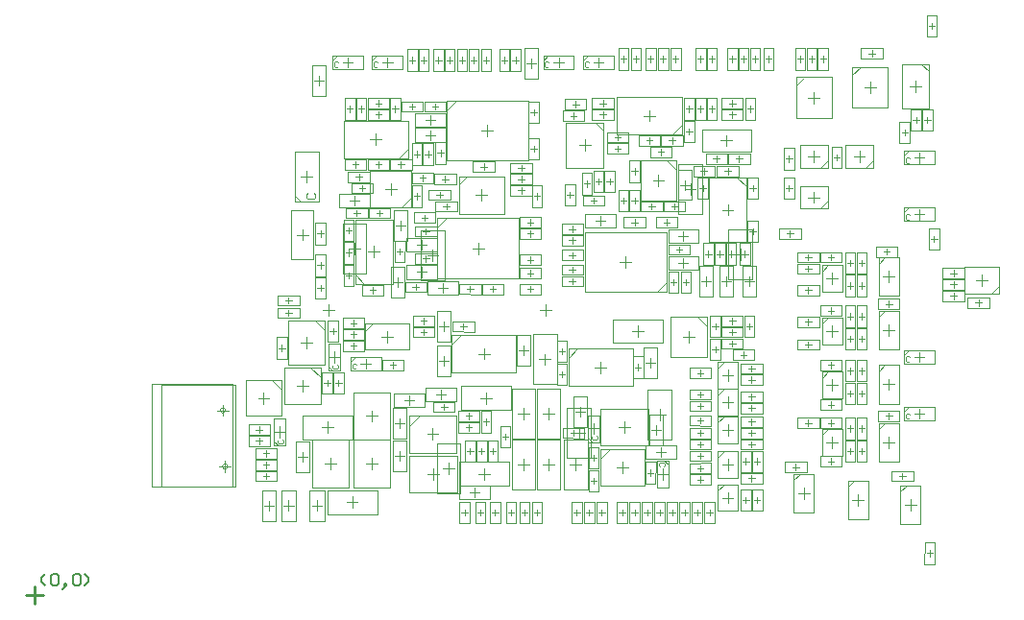
<source format=gbr>
%TF.GenerationSoftware,Altium Limited,Altium Designer,23.9.2 (47)*%
G04 Layer_Color=32768*
%FSLAX45Y45*%
%MOMM*%
%TF.SameCoordinates,F1AFF133-CB08-443C-B5AD-2193434A7FAF*%
%TF.FilePolarity,Positive*%
%TF.FileFunction,Other,Assembly_Notes*%
%TF.Part,Single*%
G01*
G75*
%TA.AperFunction,NonConductor*%
%ADD109C,0.20000*%
%ADD665C,0.10000*%
%ADD666C,0.25400*%
D109*
X93322Y83322D02*
X60000Y116645D01*
Y149967D01*
X93322Y183290D01*
X143306Y166629D02*
X159968Y183290D01*
X193290D01*
X209951Y166629D01*
Y99984D01*
X193290Y83322D01*
X159968D01*
X143306Y99984D01*
Y166629D01*
X259935Y66661D02*
X276597Y83322D01*
Y99984D01*
X259935D01*
Y83322D01*
X276597D01*
X259935Y66661D01*
X243274Y50000D01*
X343242Y166629D02*
X359903Y183290D01*
X393226D01*
X409887Y166629D01*
Y99984D01*
X393226Y83322D01*
X359903D01*
X343242Y99984D01*
Y166629D01*
X443210Y83322D02*
X476532Y116645D01*
Y149967D01*
X443210Y183290D01*
D665*
X1702361Y1135000D02*
G03*
X1702361Y1135000I-22361J0D01*
G01*
X1682361Y1630000D02*
G03*
X1682361Y1630000I-22361J0D01*
G01*
X3304998Y910001D02*
Y1230001D01*
X3724998Y910001D02*
Y1230001D01*
X3304998D02*
X3724998D01*
X3304998Y910001D02*
X3724998D01*
X3464998Y1070001D02*
X3564998D01*
X3514998Y1020001D02*
Y1120001D01*
X5730000Y3580000D02*
X5830000D01*
X5780000Y3530000D02*
Y3630000D01*
X5885000Y3360000D02*
Y3800000D01*
X5675000Y3360000D02*
Y3800000D01*
Y3360000D02*
X5885000D01*
X5675000Y3800000D02*
X5885000D01*
X5320000Y2280000D02*
Y2380000D01*
X5270000Y2330000D02*
X5370000D01*
X5100000Y2225000D02*
X5540000D01*
X5100000Y2435000D02*
X5540000D01*
Y2225000D02*
Y2435000D01*
X5100000Y2225000D02*
Y2435000D01*
X5460000Y1590000D02*
X5560000D01*
X5510000Y1540000D02*
Y1640000D01*
X5615000Y1370000D02*
Y1810000D01*
X5405000Y1370000D02*
Y1810000D01*
Y1370000D02*
X5615000D01*
X5405000Y1810000D02*
X5615000D01*
X6170000Y3010000D02*
X6270000D01*
X6220000Y2960000D02*
Y3060000D01*
X6325000Y2790000D02*
Y3230000D01*
X6115000Y2790000D02*
Y3230000D01*
Y2790000D02*
X6325000D01*
X6115000Y3230000D02*
X6325000D01*
X3460000Y3000000D02*
X3560000D01*
X3510000Y2950000D02*
Y3050000D01*
X3405000Y2780000D02*
Y3220000D01*
X3615000Y2780000D02*
Y3220000D01*
X3405000D02*
X3615000D01*
X3405000Y2780000D02*
X3615000D01*
X6284821Y3685000D02*
X6285064Y3495000D01*
X6374636D02*
X6375097Y3685000D01*
X6330000Y3562500D02*
Y3617500D01*
X6302500Y3590000D02*
X6357500D01*
X6285064Y3495000D02*
X6374636D01*
X6284821Y3685000D02*
X6375097D01*
X2724821Y3115000D02*
X2725064Y2925000D01*
X2814636D02*
X2815097Y3115000D01*
X2770000Y2992500D02*
Y3047500D01*
X2742500Y3020000D02*
X2797500D01*
X2725064Y2925000D02*
X2814636D01*
X2724821Y3115000D02*
X2815097D01*
X2475000Y3095000D02*
Y3285000D01*
Y3095000D02*
X2565000D01*
X2475000Y3285000D02*
X2565000D01*
Y3095000D02*
Y3285000D01*
X2520000Y3162500D02*
Y3217500D01*
X2492500Y3190000D02*
X2547500D01*
X2475000Y2815000D02*
Y3005000D01*
Y2815000D02*
X2565000D01*
X2475000Y3005000D02*
X2565000D01*
Y2815000D02*
Y3005000D01*
X2520000Y2882500D02*
Y2937500D01*
X2492500Y2910000D02*
X2547500D01*
X2564936Y2805000D02*
X2565180Y2615000D01*
X2474903D02*
X2475364Y2805000D01*
X2520000Y2682500D02*
Y2737500D01*
X2492500Y2710000D02*
X2547500D01*
X2475364Y2805000D02*
X2564936D01*
X2474903Y2615000D02*
X2565180D01*
X6115000Y3805000D02*
X6305000D01*
Y3895000D01*
X6115000Y3805000D02*
Y3895000D01*
X6305000D01*
X6182500Y3850000D02*
X6237500D01*
X6210000Y3822500D02*
Y3877500D01*
X5915000Y3895000D02*
X6105000D01*
X5915000Y3805000D02*
Y3895000D01*
X6105000Y3805000D02*
Y3895000D01*
X5915000Y3805000D02*
X6105000D01*
X5982500Y3850000D02*
X6037500D01*
X6010000Y3822500D02*
Y3877500D01*
X3600000Y1120000D02*
X3700000D01*
X3650000Y1070000D02*
Y1170000D01*
X3545000Y900000D02*
Y1340000D01*
X3755000Y900000D02*
Y1340000D01*
X3545000D02*
X3755000D01*
X3545000Y900000D02*
X3755000D01*
X4750000Y1430000D02*
X4850000D01*
X4800000Y1380000D02*
Y1480000D01*
X4905000Y1210000D02*
Y1650000D01*
X4695000Y1210000D02*
Y1650000D01*
Y1210000D02*
X4905000D01*
X4695000Y1650000D02*
X4905000D01*
X2770000Y3060000D02*
X2870000D01*
X2820000Y3010000D02*
Y3110000D01*
X2715000Y2840000D02*
Y3280000D01*
X2925000Y2840000D02*
Y3280000D01*
X2715000D02*
X2925000D01*
X2715000Y2840000D02*
X2925000D01*
X7630000Y630000D02*
Y970000D01*
X7810000Y630000D02*
Y970000D01*
X7630000D02*
X7810000D01*
X7630000Y630000D02*
X7810000D01*
X7670000Y800000D02*
X7770000D01*
X7720000Y750000D02*
Y850000D01*
X7630000Y914999D02*
X7685000Y970002D01*
X7440000Y1690000D02*
Y2030000D01*
X7620000Y1690000D02*
Y2030000D01*
X7440000D02*
X7620000D01*
X7440000Y1690000D02*
X7620000D01*
X7480000Y1860000D02*
X7580000D01*
X7530000Y1810000D02*
Y1910000D01*
X7440000Y1975000D02*
X7495000Y2030003D01*
X7170000Y670000D02*
Y1010000D01*
X7350000Y670000D02*
Y1010000D01*
X7170000D02*
X7350000D01*
X7170000Y670000D02*
X7350000D01*
X7210000Y840000D02*
X7310000D01*
X7260000Y790000D02*
Y890000D01*
X7170000Y955000D02*
X7225000Y1010003D01*
X7440000Y2170000D02*
Y2510000D01*
X7620000Y2170000D02*
Y2510000D01*
X7440000D02*
X7620000D01*
X7440000Y2170000D02*
X7620000D01*
X7480000Y2340000D02*
X7580000D01*
X7530000Y2290000D02*
Y2390000D01*
X7440000Y2455000D02*
X7495000Y2510002D01*
X6690000Y730000D02*
Y1070000D01*
X6870000Y730000D02*
Y1070000D01*
X6690000D02*
X6870000D01*
X6690000Y730000D02*
X6870000D01*
X6730000Y900000D02*
X6830000D01*
X6780000Y850000D02*
Y950000D01*
X6690000Y1015000D02*
X6745000Y1070002D01*
X7440000Y2640000D02*
Y2980000D01*
X7620000Y2640000D02*
Y2980000D01*
X7440000D02*
X7620000D01*
X7440000Y2640000D02*
X7620000D01*
X7480000Y2810000D02*
X7580000D01*
X7530000Y2760000D02*
Y2860000D01*
X7440000Y2925000D02*
X7495000Y2980002D01*
X6925805Y3770000D02*
X6995000Y3839196D01*
X6745000Y3770000D02*
Y3970000D01*
X6820000Y3870000D02*
X6920000D01*
X6870000Y3820000D02*
Y3920001D01*
X6745000Y3770000D02*
X6995000D01*
X6745000Y3970000D02*
X6995000D01*
Y3770000D02*
Y3970000D01*
X7440000Y1180000D02*
Y1520000D01*
X7620000Y1180000D02*
Y1520000D01*
X7440000D02*
X7620000D01*
X7440000Y1180000D02*
X7620000D01*
X7480000Y1350000D02*
X7580000D01*
X7530000Y1300000D02*
Y1400000D01*
X7440000Y1465000D02*
X7495000Y1520003D01*
X7325805Y3770000D02*
X7395000Y3839195D01*
X7145000Y3770000D02*
Y3970000D01*
X7220000Y3870000D02*
X7320000D01*
X7270000Y3820000D02*
Y3920000D01*
X7145000Y3770000D02*
X7395000D01*
X7145000Y3970000D02*
X7395000D01*
Y3770000D02*
Y3970000D01*
X5575463Y3840000D02*
X5660000D01*
Y3730000D02*
Y3840000D01*
X5450000Y3660000D02*
X5550000D01*
X5500000Y3610000D02*
Y3710000D01*
X5340000Y3480000D02*
Y3840000D01*
Y3480000D02*
X5660000D01*
Y3755463D01*
X5575463Y3840000D02*
X5660000Y3755463D01*
X5340000Y3840000D02*
X5575463D01*
X6715000Y4210000D02*
Y4570000D01*
X7025000Y4210000D02*
Y4570000D01*
X6715000D02*
X7025000D01*
X6715000Y4210000D02*
X7025000D01*
X6820000Y4390000D02*
X6920000D01*
X6870000Y4340000D02*
Y4440000D01*
X6715140Y4497350D02*
X6784336Y4566545D01*
X7209998Y4300001D02*
Y4660001D01*
X7519998Y4300001D02*
Y4660001D01*
X7209998D02*
X7519998D01*
X7209998Y4300001D02*
X7519998D01*
X7314998Y4480001D02*
X7414998D01*
X7364998Y4430001D02*
Y4530001D01*
X7210138Y4587350D02*
X7279334Y4656546D01*
X6021369Y922923D02*
X6076369Y977925D01*
X6110000Y810000D02*
Y910000D01*
X6060000Y860000D02*
X6160000D01*
X6020000Y742721D02*
X6200000D01*
X6020000Y977856D02*
X6200000D01*
Y742721D02*
Y977856D01*
X6020000Y742721D02*
Y977856D01*
X6021369Y1762923D02*
X6076369Y1817925D01*
X6110000Y1650000D02*
Y1750000D01*
X6060000Y1700000D02*
X6160000D01*
X6020000Y1582721D02*
X6200000D01*
X6020000Y1817856D02*
X6200000D01*
Y1582721D02*
Y1817856D01*
X6020000Y1582721D02*
Y1817856D01*
X6021369Y2002923D02*
X6076369Y2057925D01*
X6110000Y1890000D02*
Y1990000D01*
X6060000Y1940000D02*
X6160000D01*
X6020000Y1822721D02*
X6200000D01*
X6020000Y2057856D02*
X6200000D01*
Y1822721D02*
Y2057856D01*
X6020000Y1822721D02*
Y2057856D01*
X6021369Y1212923D02*
X6076369Y1267925D01*
X6110000Y1100000D02*
Y1200000D01*
X6060000Y1150000D02*
X6160000D01*
X6020000Y1032721D02*
X6200000D01*
X6020000Y1267856D02*
X6200000D01*
Y1032721D02*
Y1267856D01*
X6020000Y1032721D02*
Y1267856D01*
X6941369Y1412923D02*
X6996369Y1467925D01*
X7030000Y1300000D02*
Y1400000D01*
X6980000Y1350000D02*
X7080000D01*
X6940000Y1232721D02*
X7120000D01*
X6940000Y1467856D02*
X7120000D01*
Y1232721D02*
Y1467856D01*
X6940000Y1232721D02*
Y1467856D01*
X6021369Y1522923D02*
X6076369Y1577925D01*
X6110000Y1410000D02*
Y1510000D01*
X6060000Y1460000D02*
X6160000D01*
X6020000Y1342721D02*
X6200000D01*
X6020000Y1577856D02*
X6200000D01*
Y1342721D02*
Y1577856D01*
X6020000Y1342721D02*
Y1577856D01*
X6941369Y1917923D02*
X6996369Y1972925D01*
X7030000Y1805000D02*
Y1905000D01*
X6980000Y1855000D02*
X7080000D01*
X6940000Y1737721D02*
X7120000D01*
X6940000Y1972856D02*
X7120000D01*
Y1737721D02*
Y1972856D01*
X6940000Y1737721D02*
Y1972856D01*
X3305000Y1475000D02*
Y1585000D01*
X3395000D01*
X3305000Y1255000D02*
Y1493904D01*
X3396096Y1585000D01*
X3715000D01*
Y1255000D02*
Y1585000D01*
X3510000Y1370000D02*
Y1470000D01*
X3460000Y1420000D02*
X3560000D01*
X3305000Y1255000D02*
X3715000D01*
X3675000Y2215000D02*
Y2295000D01*
X3755000D01*
X3675000Y2214036D02*
X3755964Y2295000D01*
X3675000Y1965000D02*
Y2214036D01*
X3755964Y2295000D02*
X4245000D01*
Y1965000D02*
Y2295000D01*
X3675000Y1965000D02*
X4245000D01*
X3910000Y2130000D02*
X4010000D01*
X3960000Y2080000D02*
Y2180000D01*
X4985000Y1290000D02*
X5071377D01*
X4985000Y970000D02*
Y1203622D01*
X5071377Y1290000D01*
X5375000D01*
X5180000Y1080000D02*
Y1180000D01*
X5130000Y1130000D02*
X5230000D01*
X4985000Y970000D02*
X5375000D01*
Y1290000D01*
X4985000Y1200000D02*
Y1290000D01*
X4705000Y2095000D02*
Y2175000D01*
X4785000D01*
X4705000Y2094036D02*
X4785965Y2175000D01*
X4705000Y1845001D02*
Y2094036D01*
X4785965Y2175000D02*
X5275000D01*
Y1845001D02*
Y2175000D01*
X4705000Y1845001D02*
X5275000D01*
X4940001Y2010001D02*
X5040001D01*
X4990000Y1960000D02*
Y2060000D01*
X2560000Y2338622D02*
Y2425000D01*
X2240000D02*
X2473622D01*
X2560000Y2338622D01*
Y2035000D02*
Y2338622D01*
X2350000Y2230000D02*
X2450000D01*
X2400000Y2180000D02*
Y2280000D01*
X2240000Y2035000D02*
Y2425000D01*
Y2035000D02*
X2560000D01*
X2470000Y2425000D02*
X2560000D01*
X2914999Y2315000D02*
Y2395000D01*
X2994999D01*
X3109999Y2230000D02*
Y2330000D01*
X3059999Y2280000D02*
X3159999D01*
X2914999Y2165000D02*
X3304999D01*
Y2395000D01*
X2983907D02*
X3304999D01*
X2914999Y2326092D02*
X2983907Y2395000D01*
X2914999Y2165000D02*
Y2326092D01*
X5845463Y2460000D02*
X5930000D01*
Y2350000D02*
Y2460000D01*
X5720000Y2280000D02*
X5820000D01*
X5770000Y2230000D02*
Y2330000D01*
X5610000Y2100000D02*
Y2460000D01*
Y2100000D02*
X5930000D01*
Y2375463D01*
X5845463Y2460000D02*
X5930000Y2375463D01*
X5610000Y2460000D02*
X5845463D01*
X8500265Y2659551D02*
Y2739551D01*
X8420266Y2659551D02*
X8500265D01*
X8300265Y2779551D02*
X8400265D01*
X8350265Y2729551D02*
Y2829551D01*
X8200266Y2659551D02*
X8434571D01*
X8500265Y2725246D01*
X8200266Y2659551D02*
Y2899551D01*
X8500265Y2725246D02*
Y2899551D01*
X8200266D02*
X8500265D01*
X7649378Y4295000D02*
X7879999D01*
X7649378D02*
Y4685422D01*
X7879999Y4295000D02*
Y4621158D01*
X7764999Y4440000D02*
Y4540000D01*
X7714999Y4490000D02*
X7814999D01*
X7816157Y4685000D02*
X7879999Y4621158D01*
X7649378Y4685000D02*
X7816157D01*
X7879999Y4605000D02*
Y4685000D01*
X7799999D02*
X7879999D01*
X6925805Y3410000D02*
X6995000Y3479195D01*
X6745000Y3410000D02*
Y3610000D01*
X6820000Y3510000D02*
X6920000D01*
X6870000Y3460000D02*
Y3560000D01*
X6745000Y3410000D02*
X6995000D01*
X6745000Y3610000D02*
X6995000D01*
Y3410000D02*
Y3610000D01*
X6941369Y2392923D02*
X6996369Y2447925D01*
X7030000Y2280000D02*
Y2380000D01*
X6980000Y2330000D02*
X7080000D01*
X6940000Y2212721D02*
X7120000D01*
X6940000Y2447856D02*
X7120000D01*
Y2212721D02*
Y2447856D01*
X6940000Y2212721D02*
Y2447856D01*
X6941369Y2857898D02*
X6996369Y2912900D01*
X7030000Y2744975D02*
Y2844975D01*
X6980000Y2794975D02*
X7080000D01*
X6940000Y2677696D02*
X7120000D01*
X6940000Y2912831D02*
X7120000D01*
Y2677696D02*
Y2912831D01*
X6940000Y2677696D02*
Y2912831D01*
X3320000Y3420000D02*
Y3504537D01*
X3210000Y3420000D02*
X3320000D01*
X3140000Y3530000D02*
Y3630000D01*
X3090000Y3580000D02*
X3190000D01*
X2960000Y3740000D02*
X3320000D01*
X2960000Y3420000D02*
Y3740000D01*
Y3420000D02*
X3235463D01*
X3320000Y3504537D01*
Y3740000D01*
X4270000Y2795000D02*
Y3325000D01*
X3550000Y2795000D02*
X4270000D01*
X3860000Y3060000D02*
X3960000D01*
X3910000Y3010000D02*
Y3110000D01*
X3635000Y3325000D02*
X4270000D01*
X3550000Y3240000D02*
X3635000Y3325000D01*
X3550000Y2795000D02*
Y3240000D01*
Y3325000D01*
X3630000D01*
X3740000Y3365000D02*
Y3622535D01*
X3812465Y3695000D01*
X4140000D01*
Y3365000D02*
Y3695000D01*
X3940000Y3480000D02*
Y3580000D01*
X3890000Y3530000D02*
X3990000D01*
X3740000Y3365000D02*
X4140000D01*
X3740000Y3695000D02*
X3820000D01*
X3740000Y3615000D02*
Y3695000D01*
X2825000Y2745000D02*
X2905000D01*
X2825000D02*
Y2825000D01*
Y2825964D02*
X2905964Y2745000D01*
X3155000D01*
X2825000Y2825964D02*
Y3315000D01*
X3155000D01*
Y2745000D02*
Y3315000D01*
X2990000Y2980000D02*
Y3080000D01*
X2940000Y3030000D02*
X3040000D01*
X4350000Y3835000D02*
Y4365000D01*
X3630000Y3835000D02*
X4350000D01*
X3940000Y4100000D02*
X4040000D01*
X3990000Y4050000D02*
Y4150000D01*
X3715000Y4365000D02*
X4350000D01*
X3630000Y4280000D02*
X3715000Y4365000D01*
X3630000Y3835000D02*
Y4280000D01*
Y4365000D01*
X3710000D01*
X3295000Y3855000D02*
Y3935000D01*
X3215000Y3855000D02*
X3295000D01*
X3214036D02*
X3295000Y3935964D01*
Y4185000D01*
X2725000Y3855000D02*
X3214036D01*
X2725000D02*
Y4185000D01*
X3295000D01*
X2960000Y4020000D02*
X3060000D01*
X3010000Y3970000D02*
Y4070000D01*
X4850000Y2675000D02*
Y3205000D01*
X5570000D01*
X5160000Y2940000D02*
X5260000D01*
X5210000Y2890000D02*
Y2990000D01*
X4850000Y2675000D02*
X5485000D01*
X5570000Y2760000D01*
Y3205000D01*
Y2675000D02*
Y2760000D01*
X5490000Y2675000D02*
X5570000D01*
X6195000Y3685000D02*
X6275000D01*
Y3605000D02*
Y3685000D01*
X6194036D02*
X6275000Y3604036D01*
X5945000Y3685000D02*
X6194036D01*
X6275000Y3115000D02*
Y3604036D01*
X5945000Y3115000D02*
X6275000D01*
X5945000D02*
Y3685000D01*
X6110000Y3350000D02*
Y3450000D01*
X6060000Y3400000D02*
X6160000D01*
X4685000Y4170000D02*
X4942535D01*
X5015000Y4097535D01*
Y3770000D02*
Y4097535D01*
X4685000Y3770000D02*
X5015000D01*
X4800000Y3970000D02*
X4900000D01*
X4850000Y3920000D02*
Y4020000D01*
X4685000Y3770000D02*
Y4170000D01*
X5015000Y4090000D02*
Y4170000D01*
X4935000D02*
X5015000D01*
X5705000Y4065000D02*
Y4145000D01*
X5625000Y4065000D02*
X5705000D01*
X5624036D02*
X5705000Y4145964D01*
Y4395000D01*
X5135000Y4065000D02*
X5624036D01*
X5135000D02*
Y4395000D01*
X5705000D01*
X5370000Y4230000D02*
X5470000D01*
X5420000Y4180000D02*
Y4280000D01*
X1860000Y1580000D02*
X2180000D01*
X1860000D02*
Y1900000D01*
X2020000Y1690000D02*
Y1790000D01*
X1970000Y1740000D02*
X2070000D01*
X1860000Y1900000D02*
X2090000D01*
X2180000Y1810000D01*
Y1580000D02*
Y1810000D01*
Y1900000D01*
X2090000D02*
X2180000D01*
X2200000Y1690000D02*
X2520000D01*
X2200000D02*
Y2010000D01*
X2360000Y1800000D02*
Y1900000D01*
X2310000Y1850000D02*
X2410000D01*
X2200000Y2010000D02*
X2430000D01*
X2520000Y1920000D01*
Y1690000D02*
Y1920000D01*
Y2010000D01*
X2430000D02*
X2520000D01*
X5915000Y4195000D02*
Y4385000D01*
X5825000D02*
X5915000D01*
X5825000Y4195000D02*
X5915000D01*
X5825000D02*
Y4385000D01*
X5870000Y4262500D02*
Y4317500D01*
X5842500Y4290000D02*
X5897500D01*
X6055000Y4285000D02*
X6245000D01*
X6055000Y4195000D02*
Y4285000D01*
X6245000Y4195000D02*
Y4285000D01*
X6055000Y4195000D02*
X6245000D01*
X6122500Y4240000D02*
X6177500D01*
X6150000Y4212500D02*
Y4267500D01*
X5925000Y4195000D02*
Y4385000D01*
Y4195000D02*
X6015000D01*
X5925000Y4385000D02*
X6015000D01*
Y4195000D02*
Y4385000D01*
X5970000Y4262500D02*
Y4317500D01*
X5942500Y4290000D02*
X5997500D01*
X6515000Y4635000D02*
Y4825000D01*
X6425000D02*
X6515000D01*
X6425000Y4635000D02*
X6515000D01*
X6425000D02*
Y4825000D01*
X6470000Y4702500D02*
Y4757500D01*
X6442500Y4730000D02*
X6497500D01*
X6305000Y4635000D02*
Y4825000D01*
Y4635000D02*
X6395000D01*
X6305000Y4825000D02*
X6395000D01*
Y4635000D02*
Y4825000D01*
X6350000Y4702500D02*
Y4757500D01*
X6322500Y4730000D02*
X6377500D01*
X6295000Y4635000D02*
Y4825000D01*
X6205000D02*
X6295000D01*
X6205000Y4635000D02*
X6295000D01*
X6205000D02*
Y4825000D01*
X6250000Y4702500D02*
Y4757500D01*
X6222500Y4730000D02*
X6277500D01*
X6105000Y4635000D02*
Y4825000D01*
Y4635000D02*
X6195000D01*
X6105000Y4825000D02*
X6195000D01*
Y4635000D02*
Y4825000D01*
X6150000Y4702500D02*
Y4757500D01*
X6122500Y4730000D02*
X6177500D01*
X6225000Y1695000D02*
X6415000D01*
X6225000Y1605000D02*
Y1695000D01*
X6415000Y1605000D02*
Y1695000D01*
X6225000Y1605000D02*
X6415000D01*
X6292500Y1650000D02*
X6347500D01*
X6320000Y1622500D02*
Y1677500D01*
X6225000Y1085000D02*
Y1275000D01*
Y1085000D02*
X6315000D01*
X6225000Y1275000D02*
X6315000D01*
Y1085000D02*
Y1275000D01*
X6270000Y1152500D02*
Y1207500D01*
X6242500Y1180000D02*
X6297500D01*
X6225000Y1475000D02*
X6415000D01*
X6225000Y1385000D02*
Y1475000D01*
X6415000Y1385000D02*
Y1475000D01*
X6225000Y1385000D02*
X6415000D01*
X6292500Y1430000D02*
X6347500D01*
X6320000Y1402500D02*
Y1457500D01*
X7234999Y1175000D02*
Y1365000D01*
X7145000D02*
X7234999D01*
X7145000Y1175000D02*
X7234999D01*
X7145000D02*
Y1365000D01*
X7190000Y1242500D02*
Y1297500D01*
X7162500Y1270000D02*
X7217500D01*
X6225000Y1945000D02*
X6415000D01*
X6225000Y1855000D02*
Y1945000D01*
X6415000Y1855000D02*
Y1945000D01*
X6225000Y1855000D02*
X6415000D01*
X6292500Y1900000D02*
X6347500D01*
X6320000Y1872500D02*
Y1927500D01*
X7145000Y1885000D02*
Y2075000D01*
Y1885000D02*
X7234999D01*
X7145000Y2075000D02*
X7234999D01*
Y1885000D02*
Y2075000D01*
X7190000Y1952501D02*
Y2007500D01*
X7162500Y1980000D02*
X7217500D01*
X7235000Y2165000D02*
Y2355000D01*
X7145000D02*
X7235000D01*
X7145000Y2165000D02*
X7235000D01*
X7145000D02*
Y2355000D01*
X7190000Y2232500D02*
Y2287500D01*
X7162500Y2260000D02*
X7217500D01*
X7145000Y2365000D02*
Y2555000D01*
Y2365000D02*
X7235000D01*
X7145000Y2555000D02*
X7235000D01*
Y2365000D02*
Y2555000D01*
X7190000Y2432500D02*
Y2487500D01*
X7162500Y2460000D02*
X7217500D01*
X7234999Y2635000D02*
Y2825000D01*
X7145000D02*
X7234999D01*
X7145000Y2635000D02*
X7234999D01*
X7145000D02*
Y2825000D01*
X7190000Y2702500D02*
Y2757500D01*
X7162500Y2730000D02*
X7217500D01*
X7145000Y2835000D02*
Y3025000D01*
Y2835000D02*
X7234999D01*
X7145000Y3025000D02*
X7234999D01*
Y2835000D02*
Y3025000D01*
X7190000Y2902500D02*
Y2957500D01*
X7162500Y2930000D02*
X7217500D01*
X8005000Y2685000D02*
X8195000D01*
X8005000Y2595000D02*
Y2685000D01*
X8195000Y2595000D02*
Y2685000D01*
X8005000Y2595000D02*
X8195000D01*
X8072500Y2640000D02*
X8127500D01*
X8100000Y2612500D02*
Y2667500D01*
X8005000Y2785000D02*
X8195000D01*
X8005000Y2695000D02*
Y2785000D01*
X8195000Y2695000D02*
Y2785000D01*
X8005000Y2695000D02*
X8195000D01*
X8072500Y2740000D02*
X8127500D01*
X8100000Y2712500D02*
Y2767500D01*
X3735000Y1535000D02*
X3925000D01*
Y1625000D01*
X3735000Y1535000D02*
Y1625000D01*
X3925000D01*
X3802500Y1580000D02*
X3857500D01*
X3830000Y1552500D02*
Y1607500D01*
X3735000Y1525000D02*
X3925000D01*
X3735000Y1435000D02*
Y1525000D01*
X3925000Y1435000D02*
Y1525000D01*
X3735000Y1435000D02*
X3925000D01*
X3802500Y1480000D02*
X3857500D01*
X3830000Y1452500D02*
Y1507500D01*
X4025000Y1435000D02*
Y1625000D01*
X3935000D02*
X4025000D01*
X3935000Y1435000D02*
X4025000D01*
X3935000D02*
Y1625000D01*
X3980000Y1502500D02*
Y1557500D01*
X3952500Y1530000D02*
X4007500D01*
X3985000Y1175000D02*
Y1365000D01*
X3895000D02*
X3985000D01*
X3895000Y1175000D02*
X3985000D01*
X3895000D02*
Y1365000D01*
X3940000Y1242500D02*
Y1297500D01*
X3912500Y1270000D02*
X3967500D01*
X1885000Y1415000D02*
X2075000D01*
Y1505000D01*
X1885000Y1415000D02*
Y1505000D01*
X2075000D01*
X1952500Y1460000D02*
X2007500D01*
X1980000Y1432500D02*
Y1487500D01*
X3065000Y2075000D02*
X3255000D01*
X3065000Y1985000D02*
Y2075000D01*
X3255000Y1985000D02*
Y2075000D01*
X3065000Y1985000D02*
X3255000D01*
X3132500Y2030000D02*
X3187500D01*
X3160000Y2002500D02*
Y2057500D01*
X4885000Y915000D02*
Y1105000D01*
Y915000D02*
X4975000D01*
X4885000Y1105000D02*
X4975000D01*
Y915000D02*
Y1105000D01*
X4930000Y982500D02*
Y1037500D01*
X4902500Y1010000D02*
X4957500D01*
X4885000Y1115000D02*
Y1305000D01*
Y1115000D02*
X4975000D01*
X4885000Y1305000D02*
X4975000D01*
Y1115000D02*
Y1305000D01*
X4930000Y1182500D02*
Y1237500D01*
X4902500Y1210000D02*
X4957500D01*
X3515000Y4625000D02*
Y4815000D01*
Y4625000D02*
X3605000D01*
X3515000Y4815000D02*
X3605000D01*
Y4625000D02*
Y4815000D01*
X3560000Y4692500D02*
Y4747500D01*
X3532500Y4720000D02*
X3587500D01*
X2225000Y2085000D02*
Y2275000D01*
X2135000D02*
X2225000D01*
X2135000Y2085000D02*
X2225000D01*
X2135000D02*
Y2275000D01*
X2180000Y2152500D02*
Y2207500D01*
X2152500Y2180000D02*
X2207500D01*
X2145000Y2555000D02*
X2335000D01*
Y2645000D01*
X2145000Y2555000D02*
Y2645000D01*
X2335000D01*
X2212500Y2600000D02*
X2267500D01*
X2240000Y2572500D02*
Y2627500D01*
X1945000Y1195000D02*
X2135000D01*
X1945000Y1105000D02*
Y1195000D01*
X2135000Y1105000D02*
Y1195000D01*
X1945000Y1105000D02*
X2135000D01*
X2012500Y1150000D02*
X2067500D01*
X2040000Y1122500D02*
Y1177500D01*
X2145000Y2445000D02*
X2335000D01*
Y2535000D01*
X2145000Y2445000D02*
Y2535000D01*
X2335000D01*
X2212500Y2490000D02*
X2267500D01*
X2240000Y2462500D02*
Y2517500D01*
X2535000Y1775000D02*
Y1965000D01*
Y1775000D02*
X2625000D01*
X2535000Y1965000D02*
X2625000D01*
Y1775000D02*
Y1965000D01*
X2580000Y1842500D02*
Y1897500D01*
X2552500Y1870000D02*
X2607500D01*
X1945000Y1294999D02*
X2135000D01*
X1945000Y1205000D02*
Y1294999D01*
X2135000Y1205000D02*
Y1294999D01*
X1945000Y1205000D02*
X2135000D01*
X2012500Y1250000D02*
X2067500D01*
X2040000Y1222499D02*
Y1277500D01*
X2715000Y2445000D02*
X2905000D01*
X2715000Y2355000D02*
Y2445000D01*
X2905000Y2355000D02*
Y2445000D01*
X2715000Y2355000D02*
X2905000D01*
X2782500Y2400000D02*
X2837500D01*
X2810000Y2372500D02*
Y2427500D01*
X2715000Y2345000D02*
X2905000D01*
X2715000Y2255000D02*
Y2345000D01*
X2905000Y2255000D02*
Y2345000D01*
X2715000Y2255000D02*
X2905000D01*
X2782500Y2300000D02*
X2837500D01*
X2810000Y2272500D02*
Y2327500D01*
X5145000Y4635000D02*
Y4825000D01*
Y4635000D02*
X5235000D01*
X5145000Y4825000D02*
X5235000D01*
Y4635000D02*
Y4825000D01*
X5190000Y4702500D02*
Y4757500D01*
X5162500Y4730000D02*
X5217500D01*
X3285000Y4625000D02*
Y4815000D01*
Y4625000D02*
X3375000D01*
X3285000Y4815000D02*
X3375000D01*
Y4625000D02*
Y4815000D01*
X3330000Y4692500D02*
Y4747500D01*
X3302500Y4720000D02*
X3357500D01*
X5255000Y4635000D02*
Y4825000D01*
Y4635000D02*
X5345000D01*
X5255000Y4825000D02*
X5345000D01*
Y4635000D02*
Y4825000D01*
X5300000Y4702500D02*
Y4757500D01*
X5272500Y4730000D02*
X5327500D01*
X3385000Y4625000D02*
Y4815000D01*
Y4625000D02*
X3475000D01*
X3385000Y4815000D02*
X3475000D01*
Y4625000D02*
Y4815000D01*
X3430000Y4692500D02*
Y4747500D01*
X3402500Y4720000D02*
X3457500D01*
X2715000Y2155000D02*
X2905000D01*
Y2245000D01*
X2715000Y2155000D02*
Y2245000D01*
X2905000D01*
X2782500Y2200000D02*
X2837500D01*
X2810000Y2172500D02*
Y2227500D01*
X3335000Y2275000D02*
X3525000D01*
Y2365000D01*
X3335000Y2275000D02*
Y2365000D01*
X3525000D01*
X3402500Y2320000D02*
X3457500D01*
X3430000Y2292500D02*
Y2347500D01*
X4275000Y636000D02*
Y826000D01*
Y636000D02*
X4365000D01*
X4275000Y826000D02*
X4365000D01*
Y636000D02*
Y826000D01*
X4320000Y703500D02*
Y758500D01*
X4292500Y731000D02*
X4347500D01*
X4385000Y636000D02*
Y826000D01*
Y636000D02*
X4475000D01*
X4385000Y826000D02*
X4475000D01*
Y636000D02*
Y826000D01*
X4430000Y703500D02*
Y758500D01*
X4402500Y731000D02*
X4457500D01*
X6015000Y4635000D02*
Y4825000D01*
X5925000D02*
X6015000D01*
X5925000Y4635000D02*
X6015000D01*
X5925000D02*
Y4825000D01*
X5970000Y4702500D02*
Y4757500D01*
X5942500Y4730000D02*
X5997500D01*
X5915000Y4635000D02*
Y4825000D01*
X5825000D02*
X5915000D01*
X5825000Y4635000D02*
X5915000D01*
X5825000D02*
Y4825000D01*
X5870000Y4702500D02*
Y4757500D01*
X5842500Y4730000D02*
X5897500D01*
X5905000Y635000D02*
Y825000D01*
Y635000D02*
X5995000D01*
X5905000Y825000D02*
X5995000D01*
Y635000D02*
Y825000D01*
X5950000Y702500D02*
Y757500D01*
X5922500Y730000D02*
X5977500D01*
X6055000Y2365000D02*
X6245000D01*
X6055000Y2275000D02*
Y2365000D01*
X6245000Y2275000D02*
Y2365000D01*
X6055000Y2275000D02*
X6245000D01*
X6122500Y2320000D02*
X6177500D01*
X6150000Y2292500D02*
Y2347500D01*
X5775000Y1625000D02*
X5965000D01*
Y1715000D01*
X5775000Y1625000D02*
Y1715000D01*
X5965000D01*
X5842500Y1670000D02*
X5897500D01*
X5870000Y1642500D02*
Y1697500D01*
X5795000Y635000D02*
Y825000D01*
Y635000D02*
X5885000D01*
X5795000Y825000D02*
X5885000D01*
Y635000D02*
Y825000D01*
X5840000Y702500D02*
Y757500D01*
X5812500Y730000D02*
X5867500D01*
X6925000Y1135000D02*
X7115000D01*
Y1225000D01*
X6925000Y1135000D02*
Y1225000D01*
X7115000D01*
X6992500Y1180000D02*
X7047500D01*
X7020000Y1152500D02*
Y1207500D01*
X5775000Y1285000D02*
X5965000D01*
Y1375000D01*
X5775000Y1285000D02*
Y1375000D01*
X5965000D01*
X5842500Y1330000D02*
X5897500D01*
X5870000Y1302500D02*
Y1357500D01*
X6705000Y4635000D02*
Y4825000D01*
Y4635000D02*
X6795000D01*
X6705000Y4825000D02*
X6795000D01*
Y4635000D02*
Y4825000D01*
X6750000Y4702500D02*
Y4757500D01*
X6722500Y4730000D02*
X6777500D01*
X6805000Y4635000D02*
Y4825000D01*
Y4635000D02*
X6895000D01*
X6805000Y4825000D02*
X6895000D01*
Y4635000D02*
Y4825000D01*
X6850000Y4702500D02*
Y4757500D01*
X6822500Y4730000D02*
X6877500D01*
X5685000Y635000D02*
Y825000D01*
Y635000D02*
X5775000D01*
X5685000Y825000D02*
X5775000D01*
Y635000D02*
Y825000D01*
X5730000Y702500D02*
Y757500D01*
X5702500Y730000D02*
X5757500D01*
X5575000Y635000D02*
Y825000D01*
Y635000D02*
X5665000D01*
X5575000Y825000D02*
X5665000D01*
Y635000D02*
Y825000D01*
X5620000Y702500D02*
Y757500D01*
X5592500Y730000D02*
X5647500D01*
X5555000Y635000D02*
Y825000D01*
X5465000D02*
X5555000D01*
X5465000Y635000D02*
X5555000D01*
X5465000D02*
Y825000D01*
X5510000Y702500D02*
Y757500D01*
X5482500Y730000D02*
X5537500D01*
X5355000Y635000D02*
Y825000D01*
Y635000D02*
X5445000D01*
X5355000Y825000D02*
X5445000D01*
Y635000D02*
Y825000D01*
X5400000Y702500D02*
Y757500D01*
X5372500Y730000D02*
X5427500D01*
X5585000Y4635000D02*
Y4825000D01*
X5495000D02*
X5585000D01*
X5495000Y4635000D02*
X5585000D01*
X5495000D02*
Y4825000D01*
X5540000Y4702500D02*
Y4757500D01*
X5512500Y4730000D02*
X5567500D01*
X5245000Y635000D02*
Y825000D01*
Y635000D02*
X5335000D01*
X5245000Y825000D02*
X5335000D01*
Y635000D02*
Y825000D01*
X5290000Y702500D02*
Y757500D01*
X5262500Y730000D02*
X5317500D01*
X5135000Y635000D02*
Y825000D01*
Y635000D02*
X5225000D01*
X5135000Y825000D02*
X5225000D01*
Y635000D02*
Y825000D01*
X5180000Y702500D02*
Y757500D01*
X5152500Y730000D02*
X5207500D01*
X5385000Y4635000D02*
Y4825000D01*
Y4635000D02*
X5475000D01*
X5385000Y4825000D02*
X5475000D01*
Y4635000D02*
Y4825000D01*
X5430000Y4702500D02*
Y4757500D01*
X5402500Y4730000D02*
X5457500D01*
X4955000Y635000D02*
Y825000D01*
Y635000D02*
X5045000D01*
X4955000Y825000D02*
X5045000D01*
Y635000D02*
Y825000D01*
X5000000Y702500D02*
Y757500D01*
X4972500Y730000D02*
X5027500D01*
X5695000Y4635000D02*
Y4825000D01*
X5605000D02*
X5695000D01*
X5605000Y4635000D02*
X5695000D01*
X5605000D02*
Y4825000D01*
X5650000Y4702500D02*
Y4757500D01*
X5622500Y4730000D02*
X5677500D01*
X4845000Y635000D02*
Y825000D01*
Y635000D02*
X4935000D01*
X4845000Y825000D02*
X4935000D01*
Y635000D02*
Y825000D01*
X4890000Y702500D02*
Y757500D01*
X4862500Y730000D02*
X4917500D01*
X4015000Y635000D02*
Y825000D01*
Y635000D02*
X4105000D01*
X4015000Y825000D02*
X4105000D01*
Y635000D02*
Y825000D01*
X4060000Y702500D02*
Y757500D01*
X4032500Y730000D02*
X4087500D01*
X3975000Y636000D02*
Y826000D01*
X3885000D02*
X3975000D01*
X3885000Y636000D02*
X3975000D01*
X3885000D02*
Y826000D01*
X3930000Y703500D02*
Y758500D01*
X3902500Y731000D02*
X3957500D01*
X4285000Y4625000D02*
Y4815000D01*
X4195000D02*
X4285000D01*
X4195000Y4625000D02*
X4285000D01*
X4195000D02*
Y4815000D01*
X4240000Y4692500D02*
Y4747500D01*
X4212500Y4720000D02*
X4267500D01*
X4095000Y4625000D02*
Y4815000D01*
Y4625000D02*
X4185000D01*
X4095000Y4815000D02*
X4185000D01*
Y4625000D02*
Y4815000D01*
X4140000Y4692500D02*
Y4747500D01*
X4112500Y4720000D02*
X4167500D01*
X4025000Y4625000D02*
Y4815000D01*
X3935000D02*
X4025000D01*
X3935000Y4625000D02*
X4025000D01*
X3935000D02*
Y4815000D01*
X3980000Y4692500D02*
Y4747500D01*
X3952500Y4720000D02*
X4007500D01*
X3825000Y4625000D02*
Y4815000D01*
Y4625000D02*
X3915000D01*
X3825000Y4815000D02*
X3915000D01*
Y4625000D02*
Y4815000D01*
X3870000Y4692500D02*
Y4747500D01*
X3842500Y4720000D02*
X3897500D01*
X3815000Y4625000D02*
Y4815000D01*
X3725000D02*
X3815000D01*
X3725000Y4625000D02*
X3815000D01*
X3725000D02*
Y4815000D01*
X3770000Y4692500D02*
Y4747500D01*
X3742500Y4720000D02*
X3797500D01*
X6055000Y2465000D02*
X6245000D01*
X6055000Y2375000D02*
Y2465000D01*
X6245000Y2375000D02*
Y2465000D01*
X6055000Y2375000D02*
X6245000D01*
X6122500Y2420000D02*
X6177500D01*
X6150000Y2392500D02*
Y2447500D01*
X7715000Y3985000D02*
Y4175000D01*
X7625000D02*
X7715000D01*
X7625000Y3985000D02*
X7715000D01*
X7625000D02*
Y4175000D01*
X7670000Y4052500D02*
Y4107500D01*
X7642500Y4080000D02*
X7697500D01*
X7815000Y4095000D02*
Y4285000D01*
X7725000D02*
X7815000D01*
X7725000Y4095000D02*
X7815000D01*
X7725000D02*
Y4285000D01*
X7770000Y4162500D02*
Y4217500D01*
X7742500Y4190000D02*
X7797500D01*
X6925000Y1635000D02*
X7115000D01*
Y1725000D01*
X6925000Y1635000D02*
Y1725000D01*
X7115000D01*
X6992500Y1680000D02*
X7047500D01*
X7020000Y1652500D02*
Y1707500D01*
X6325000Y745000D02*
Y935000D01*
Y745000D02*
X6415000D01*
X6325000Y935000D02*
X6415000D01*
Y745000D02*
Y935000D01*
X6370000Y812500D02*
Y867500D01*
X6342500Y840000D02*
X6397500D01*
X6315000Y745000D02*
Y935000D01*
X6225000D02*
X6315000D01*
X6225000Y745000D02*
X6315000D01*
X6225000D02*
Y935000D01*
X6270000Y812500D02*
Y867500D01*
X6242500Y840000D02*
X6297500D01*
X5775000Y1065000D02*
X5965000D01*
X5775000Y975000D02*
Y1065000D01*
X5965000Y975000D02*
Y1065000D01*
X5775000Y975000D02*
X5965000D01*
X5842500Y1020000D02*
X5897500D01*
X5870000Y992500D02*
Y1047500D01*
X6225000Y1375000D02*
X6415000D01*
X6225000Y1285000D02*
Y1375000D01*
X6415000Y1285000D02*
Y1375000D01*
X6225000Y1285000D02*
X6415000D01*
X6292500Y1330000D02*
X6347500D01*
X6320000Y1302500D02*
Y1357500D01*
X5775000Y1385000D02*
X5965000D01*
Y1475000D01*
X5775000Y1385000D02*
Y1475000D01*
X5965000D01*
X5842500Y1430000D02*
X5897500D01*
X5870000Y1402500D02*
Y1457500D01*
X6415000Y1085000D02*
Y1275000D01*
X6325000D02*
X6415000D01*
X6325000Y1085000D02*
X6415000D01*
X6325000D02*
Y1275000D01*
X6370000Y1152500D02*
Y1207500D01*
X6342500Y1180000D02*
X6397500D01*
X4245000Y635000D02*
Y825000D01*
X4155000D02*
X4245000D01*
X4155000Y635000D02*
X4245000D01*
X4155000D02*
Y825000D01*
X4200000Y702500D02*
Y757500D01*
X4172500Y730000D02*
X4227500D01*
X3835000Y635000D02*
Y825000D01*
X3745000D02*
X3835000D01*
X3745000Y635000D02*
X3835000D01*
X3745000D02*
Y825000D01*
X3790000Y702500D02*
Y757500D01*
X3762500Y730000D02*
X3817500D01*
X5775000Y1725000D02*
X5965000D01*
Y1815000D01*
X5775000Y1725000D02*
Y1815000D01*
X5965000D01*
X5842500Y1770000D02*
X5897500D01*
X5870000Y1742500D02*
Y1797500D01*
X6225000Y1955000D02*
X6415000D01*
Y2045000D01*
X6225000Y1955000D02*
Y2045000D01*
X6415000D01*
X6292500Y2000000D02*
X6347500D01*
X6320000Y1972500D02*
Y2027500D01*
X4825000Y635000D02*
Y825000D01*
X4735000D02*
X4825000D01*
X4735000Y635000D02*
X4825000D01*
X4735000D02*
Y825000D01*
X4780000Y702500D02*
Y757500D01*
X4752500Y730000D02*
X4807500D01*
X7245000Y1175000D02*
Y1365000D01*
Y1175000D02*
X7335000D01*
X7245000Y1365000D02*
X7335000D01*
Y1175000D02*
Y1365000D01*
X7290000Y1242500D02*
Y1297500D01*
X7262500Y1270000D02*
X7317500D01*
X7335000Y1375000D02*
Y1565000D01*
X7245000D02*
X7335000D01*
X7245000Y1375000D02*
X7335000D01*
X7245000D02*
Y1565000D01*
X7290000Y1442500D02*
Y1497500D01*
X7262500Y1470000D02*
X7317500D01*
X7145000Y1375000D02*
Y1565000D01*
Y1375000D02*
X7234999D01*
X7145000Y1565000D02*
X7234999D01*
Y1375000D02*
Y1565000D01*
X7190000Y1442501D02*
Y1497500D01*
X7162500Y1470000D02*
X7217500D01*
X7245000Y1685000D02*
Y1875000D01*
Y1685000D02*
X7335000D01*
X7245000Y1875000D02*
X7335000D01*
Y1685000D02*
Y1875000D01*
X7290000Y1752500D02*
Y1807500D01*
X7262500Y1780000D02*
X7317500D01*
X7234999Y1685000D02*
Y1875000D01*
X7145000D02*
X7234999D01*
X7145000Y1685000D02*
X7234999D01*
X7145000D02*
Y1875000D01*
X7190000Y1752500D02*
Y1807500D01*
X7162500Y1780000D02*
X7217500D01*
X7335000Y1885000D02*
Y2075000D01*
X7245000D02*
X7335000D01*
X7245000Y1885000D02*
X7335000D01*
X7245000D02*
Y2075000D01*
X7290000Y1952500D02*
Y2007500D01*
X7262500Y1980000D02*
X7317500D01*
X7245000Y2165000D02*
Y2355000D01*
Y2165000D02*
X7335000D01*
X7245000Y2355000D02*
X7335000D01*
Y2165000D02*
Y2355000D01*
X7290000Y2232500D02*
Y2287500D01*
X7262500Y2260000D02*
X7317500D01*
X6725000Y2165000D02*
X6915000D01*
Y2255000D01*
X6725000Y2165000D02*
Y2255000D01*
X6915000D01*
X6792500Y2210000D02*
X6847500D01*
X6820000Y2182500D02*
Y2237500D01*
X7335000Y2365000D02*
Y2555000D01*
X7245000D02*
X7335000D01*
X7245000Y2365000D02*
X7335000D01*
X7245000D02*
Y2555000D01*
X7290000Y2432500D02*
Y2487500D01*
X7262500Y2460000D02*
X7317500D01*
X6725000Y2365000D02*
X6915000D01*
Y2455000D01*
X6725000Y2365000D02*
Y2455000D01*
X6915000D01*
X6792500Y2410000D02*
X6847500D01*
X6820000Y2382500D02*
Y2437500D01*
X7245000Y2635000D02*
Y2825000D01*
Y2635000D02*
X7335000D01*
X7245000Y2825000D02*
X7335000D01*
Y2635000D02*
Y2825000D01*
X7290000Y2702500D02*
Y2757500D01*
X7262500Y2730000D02*
X7317500D01*
X6725000Y2645000D02*
X6915000D01*
Y2735000D01*
X6725000Y2645000D02*
Y2735000D01*
X6915000D01*
X6792499Y2690000D02*
X6847499D01*
X6820000Y2662500D02*
Y2717500D01*
X7335000Y2835000D02*
Y3025000D01*
X7245000D02*
X7335000D01*
X7245000Y2835000D02*
X7335000D01*
X7245000D02*
Y3025000D01*
X7290000Y2902500D02*
Y2957500D01*
X7262500Y2930000D02*
X7317500D01*
X6725000Y2835000D02*
X6915000D01*
Y2925000D01*
X6725000Y2835000D02*
Y2925000D01*
X6915000D01*
X6792499Y2880000D02*
X6847499D01*
X6820000Y2852500D02*
Y2907500D01*
X2885000Y2645000D02*
X3075000D01*
Y2735000D01*
X2885000Y2645000D02*
Y2735000D01*
X3075000D01*
X2952500Y2690000D02*
X3007500D01*
X2980000Y2662500D02*
Y2717500D01*
X3535000Y3385000D02*
X3725000D01*
Y3475000D01*
X3535000Y3385000D02*
Y3475000D01*
X3725000D01*
X3602500Y3430000D02*
X3657500D01*
X3630000Y3402500D02*
Y3457500D01*
X3475000Y3485000D02*
X3665000D01*
Y3575000D01*
X3475000Y3485000D02*
Y3575000D01*
X3665000D01*
X3542500Y3530000D02*
X3597500D01*
X3570000Y3502500D02*
Y3557500D01*
X4275000Y3005000D02*
X4465000D01*
X4275000Y2915000D02*
Y3005000D01*
X4465000Y2915000D02*
Y3005000D01*
X4275000Y2915000D02*
X4465000D01*
X4342500Y2960000D02*
X4397500D01*
X4370000Y2932500D02*
Y2987500D01*
X1885000Y1315000D02*
X2075000D01*
Y1405000D01*
X1885000Y1315000D02*
Y1405000D01*
X2075000D01*
X1952500Y1360000D02*
X2007500D01*
X1980000Y1332500D02*
Y1387500D01*
X3525000Y3625000D02*
X3715000D01*
Y3715000D01*
X3525000Y3625000D02*
Y3715000D01*
X3715000D01*
X3592500Y3670000D02*
X3647500D01*
X3620000Y3642500D02*
Y3697500D01*
X6565000Y3235000D02*
X6755000D01*
X6565000Y3145000D02*
Y3235000D01*
X6755000Y3145000D02*
Y3235000D01*
X6565000Y3145000D02*
X6755000D01*
X6632500Y3190000D02*
X6687500D01*
X6660000Y3162500D02*
Y3217500D01*
X3945000Y2655000D02*
X4135000D01*
Y2745000D01*
X3945000Y2655000D02*
Y2745000D01*
X4135000D01*
X4012500Y2700000D02*
X4067500D01*
X4040000Y2672500D02*
Y2727500D01*
X2260000Y3395132D02*
X2460000D01*
X2260000Y2964161D02*
Y3395132D01*
X2460000Y2964161D02*
Y3395132D01*
X2260000Y2964161D02*
X2460000D01*
X2360000Y3130000D02*
Y3230000D01*
X2310000Y3180000D02*
X2410000D01*
X2765000Y3645000D02*
X2955000D01*
Y3735000D01*
X2765000Y3645000D02*
Y3735000D01*
X2955000D01*
X2832500Y3690000D02*
X2887500D01*
X2860000Y3662500D02*
Y3717500D01*
X2935000Y4295000D02*
X3125000D01*
Y4385000D01*
X2935000Y4295000D02*
Y4385000D01*
X3125000D01*
X3002500Y4340000D02*
X3057500D01*
X3030000Y4312500D02*
Y4367500D01*
X6055000Y4385000D02*
X6245000D01*
X6055000Y4295000D02*
Y4385000D01*
X6245000Y4295000D02*
Y4385000D01*
X6055000Y4295000D02*
X6245000D01*
X6122500Y4340000D02*
X6177500D01*
X6150000Y4312500D02*
Y4367500D01*
X4445000Y3845000D02*
Y4035000D01*
X4355000D02*
X4445000D01*
X4355000Y3845000D02*
X4445000D01*
X4355000D02*
Y4035000D01*
X4400000Y3912500D02*
Y3967500D01*
X4372500Y3940000D02*
X4427500D01*
X3135000Y3845000D02*
X3325000D01*
X3135000Y3755000D02*
Y3845000D01*
X3325000Y3755000D02*
Y3845000D01*
X3135000Y3755000D02*
X3325000D01*
X3202500Y3800000D02*
X3257500D01*
X3230000Y3772500D02*
Y3827500D01*
X2835000Y4195000D02*
Y4385000D01*
Y4195000D02*
X2925000D01*
X2835000Y4385000D02*
X2925000D01*
Y4195000D02*
Y4385000D01*
X2880000Y4262500D02*
Y4317500D01*
X2852500Y4290000D02*
X2907500D01*
X3515000Y3795000D02*
Y3985000D01*
X3425000D02*
X3515000D01*
X3425000Y3795000D02*
X3515000D01*
X3425000D02*
Y3985000D01*
X3470000Y3862500D02*
Y3917500D01*
X3442500Y3890000D02*
X3497500D01*
X4275000Y2655000D02*
X4465000D01*
Y2745000D01*
X4275000Y2655000D02*
Y2745000D01*
X4465000D01*
X4342500Y2700000D02*
X4397500D01*
X4370000Y2672500D02*
Y2727500D01*
X6015000Y3785000D02*
X6205000D01*
X6015000Y3695000D02*
Y3785000D01*
X6205000Y3695000D02*
Y3785000D01*
X6015000Y3695000D02*
X6205000D01*
X6082500Y3740000D02*
X6137500D01*
X6110000Y3712500D02*
Y3767500D01*
X4645000Y3045000D02*
X4835000D01*
X4645000Y2955000D02*
Y3045000D01*
X4835000Y2955000D02*
Y3045000D01*
X4645000Y2955000D02*
X4835000D01*
X4712500Y3000000D02*
X4767500D01*
X4740000Y2972500D02*
Y3027500D01*
X5475000Y3245000D02*
X5665000D01*
Y3335000D01*
X5475000Y3245000D02*
Y3335000D01*
X5665000D01*
X5542500Y3290000D02*
X5597500D01*
X5570000Y3262500D02*
Y3317500D01*
X5884868Y3910000D02*
Y4110000D01*
Y3910000D02*
X6315839D01*
X5884868Y4110000D02*
X6315839D01*
Y3910000D02*
Y4110000D01*
X6050000Y4010000D02*
X6150000D01*
X6100000Y3960000D02*
Y4060000D01*
X5245000Y3385000D02*
Y3575000D01*
Y3385000D02*
X5335000D01*
X5245000Y3575000D02*
X5335000D01*
Y3385000D02*
Y3575000D01*
X5290000Y3452500D02*
Y3507500D01*
X5262500Y3480000D02*
X5317500D01*
X4655000Y4185000D02*
X4845000D01*
Y4275000D01*
X4655000Y4185000D02*
Y4275000D01*
X4845000D01*
X4722500Y4230000D02*
X4777500D01*
X4750000Y4202500D02*
Y4257500D01*
X4645000Y3175000D02*
X4835000D01*
X4645000Y3085000D02*
Y3175000D01*
X4835000Y3085000D02*
Y3175000D01*
X4645000Y3085000D02*
X4835000D01*
X4712500Y3130000D02*
X4767500D01*
X4740000Y3102500D02*
Y3157500D01*
X5335000Y3645000D02*
Y3835000D01*
X5245000D02*
X5335000D01*
X5245000Y3645000D02*
X5335000D01*
X5245000D02*
Y3835000D01*
X5290000Y3712500D02*
Y3767500D01*
X5262500Y3740000D02*
X5317500D01*
X4765000Y3435000D02*
Y3625000D01*
X4675000D02*
X4765000D01*
X4675000Y3435000D02*
X4765000D01*
X4675000D02*
Y3625000D01*
X4720000Y3502500D02*
Y3557500D01*
X4692500Y3530000D02*
X4747500D01*
X4915000Y4285000D02*
X5105000D01*
X4915000Y4195000D02*
Y4285000D01*
X5105000Y4195000D02*
Y4285000D01*
X4915000Y4195000D02*
X5105000D01*
X4982500Y4240000D02*
X5037500D01*
X5010000Y4212500D02*
Y4267500D01*
X5325000Y3965000D02*
X5515000D01*
Y4055000D01*
X5325000Y3965000D02*
Y4055000D01*
X5515000D01*
X5392500Y4010000D02*
X5447500D01*
X5420000Y3982500D02*
Y4037500D01*
X5525000Y4055000D02*
X5715000D01*
X5525000Y3965000D02*
Y4055000D01*
X5715000Y3965000D02*
Y4055000D01*
X5525000Y3965000D02*
X5715000D01*
X5592500Y4010000D02*
X5647500D01*
X5620000Y3982500D02*
Y4037500D01*
X1585731Y1864268D02*
X1590000Y1860000D01*
X1595000Y955000D02*
X1745000D01*
X1590000Y1860000D02*
X1745000D01*
X1030000Y955000D02*
X1595000D01*
X1030000Y1864268D02*
X1585731D01*
X1030000Y955000D02*
Y1864268D01*
X1745000Y955000D02*
Y1860000D01*
X1630000Y1135000D02*
X1730000D01*
X1680000Y1085000D02*
Y1185000D01*
X1660000Y1580000D02*
Y1680000D01*
X1610000Y1630000D02*
X1710000D01*
X1770000Y955000D02*
Y1855000D01*
X1120000Y955000D02*
Y1855000D01*
Y955000D02*
X1620000D01*
X1120000Y1855000D02*
X1620000D01*
Y955000D02*
X1770000D01*
X1620000Y1855000D02*
X1770000D01*
X2595000Y2465000D02*
Y2565000D01*
X2545000Y2515000D02*
X2645000D01*
X4505000Y2465000D02*
Y2565000D01*
X4455000Y2515000D02*
X4555000D01*
X2810000Y1370000D02*
X3130000D01*
X2810000Y950000D02*
X3130000D01*
Y1370000D01*
X2810000Y950000D02*
Y1370000D01*
X2970000Y1110000D02*
Y1210000D01*
X2920000Y1160000D02*
X3020000D01*
X2810000Y1370000D02*
X3130000D01*
X2810000Y1790000D02*
X3130000D01*
X2810000Y1370000D02*
Y1790000D01*
X3130000Y1370000D02*
Y1790000D01*
X2970000Y1530000D02*
Y1630000D01*
X2920000Y1580000D02*
X3020000D01*
X5410000Y1320000D02*
Y1640000D01*
X4990000Y1320000D02*
Y1640000D01*
Y1320000D02*
X5410000D01*
X4990000Y1640000D02*
X5410000D01*
X5150000Y1480000D02*
X5250000D01*
X5200000Y1430000D02*
Y1530000D01*
X2450000Y950000D02*
X2770000D01*
X2450000Y1370000D02*
X2770000D01*
X2450000Y950000D02*
Y1370000D01*
X2770000Y950000D02*
Y1370000D01*
X2610000Y1110000D02*
Y1210000D01*
X2560000Y1160000D02*
X2660000D01*
X2425000Y655000D02*
Y925000D01*
X2490000Y745000D02*
Y835000D01*
X2445000Y790000D02*
X2535000D01*
X2425000Y925000D02*
X2555000D01*
X2425000Y655000D02*
X2555000D01*
Y925000D01*
X2305000Y655000D02*
Y925000D01*
X2240000Y745000D02*
Y835000D01*
X2195000Y790000D02*
X2285000D01*
X2175000Y655000D02*
X2305000D01*
X2175000Y925000D02*
X2305000D01*
X2175000Y655000D02*
Y925000D01*
X7664449Y1660000D02*
X7744449D01*
X7664449Y1580000D02*
Y1660000D01*
X7665000Y1540000D02*
Y1619725D01*
X7705275Y1660000D01*
X7933982D01*
X7800000Y1555000D02*
Y1645000D01*
X7755000Y1600000D02*
X7845000D01*
X7665000Y1540000D02*
X7933982D01*
Y1660000D01*
X7664449Y3420000D02*
X7744449D01*
X7664449Y3340000D02*
Y3420000D01*
X7665000Y3300000D02*
Y3379725D01*
X7705275Y3420000D01*
X7933982D01*
X7800000Y3315000D02*
Y3405000D01*
X7755000Y3360000D02*
X7845000D01*
X7665000Y3300000D02*
X7933982D01*
Y3420000D01*
X2590000Y1980000D02*
X2670000D01*
X2590000D02*
Y2060000D01*
X2629326Y1980000D02*
X2690000D01*
X2590000Y2019326D02*
X2629326Y1980000D01*
X2590000Y2019326D02*
Y2217500D01*
X2690000D01*
Y1980000D02*
Y2217500D01*
X2640000Y2050000D02*
Y2150000D01*
X2590000Y2100000D02*
X2690000D01*
X2784449Y2100000D02*
X2864449D01*
X2784449Y2020000D02*
Y2100000D01*
X2785000Y1980000D02*
Y2059725D01*
X2825275Y2100000D01*
X3053982D01*
X2920000Y1995000D02*
Y2085000D01*
X2875000Y2040000D02*
X2965000D01*
X2785000Y1980000D02*
X3053982D01*
Y2100000D01*
X5510000Y1190000D02*
X5590000D01*
Y1110000D02*
Y1190000D01*
X5490000D02*
X5550674D01*
X5590000Y1150674D01*
Y952500D02*
Y1150674D01*
X5490000Y952500D02*
X5590000D01*
X5490000D02*
Y1190000D01*
X5540000Y1020000D02*
Y1120000D01*
X5490000Y1070000D02*
X5590000D01*
X4880000Y1350000D02*
X4960000D01*
X4880000D02*
Y1430000D01*
X4919326Y1350000D02*
X4980000D01*
X4880000Y1389326D02*
X4919326Y1350000D01*
X4880000Y1389326D02*
Y1587500D01*
X4980000D01*
Y1350000D02*
Y1587500D01*
X4930000Y1420000D02*
Y1520000D01*
X4880000Y1470000D02*
X4980000D01*
X2110000Y1320000D02*
X2190000D01*
X2110000D02*
Y1400000D01*
X2149326Y1320000D02*
X2210000D01*
X2110000Y1359326D02*
X2149326Y1320000D01*
X2110000Y1359326D02*
Y1557500D01*
X2210000D01*
Y1320000D02*
Y1557500D01*
X2160000Y1390000D02*
Y1490000D01*
X2110000Y1440000D02*
X2210000D01*
X4834449Y4760000D02*
X4914449D01*
X4834449Y4680000D02*
Y4760000D01*
X4835000Y4640000D02*
Y4719725D01*
X4875275Y4760000D01*
X5103982D01*
X4970000Y4655000D02*
Y4745000D01*
X4925000Y4700000D02*
X5015000D01*
X4835000Y4640000D02*
X5103982D01*
Y4760000D01*
X2974449D02*
X3054449D01*
X2974449Y4680000D02*
Y4760000D01*
X2975000Y4640000D02*
Y4719725D01*
X3015275Y4760000D01*
X3243982D01*
X3110000Y4655000D02*
Y4745000D01*
X3065000Y4700000D02*
X3155000D01*
X2975000Y4640000D02*
X3243982D01*
Y4760000D01*
X4485000Y4640000D02*
Y4719595D01*
X4525405Y4760000D01*
X4755000D01*
Y4640000D02*
Y4760000D01*
X4485000Y4640000D02*
X4755000D01*
X4575000Y4700000D02*
X4665000D01*
X4620000Y4655000D02*
Y4745000D01*
X4485000Y4680000D02*
Y4760000D01*
X4565000D01*
X2625000Y4640000D02*
Y4719595D01*
X2665405Y4760000D01*
X2895000D01*
Y4640000D02*
Y4760000D01*
X2625000Y4640000D02*
X2895000D01*
X2715000Y4700000D02*
X2805000D01*
X2760000Y4655000D02*
Y4745000D01*
X2625000Y4680000D02*
Y4760000D01*
X2705000D01*
X7665000Y2040000D02*
Y2119595D01*
X7705405Y2160000D01*
X7935000D01*
Y2040000D02*
Y2160000D01*
X7665000Y2040000D02*
X7935000D01*
X7755000Y2100000D02*
X7845000D01*
X7800000Y2055000D02*
Y2145000D01*
X7665000Y2080000D02*
Y2160000D01*
X7745000D01*
X7665000Y3800000D02*
Y3879594D01*
X7705405Y3920000D01*
X7935000D01*
Y3800000D02*
Y3920000D01*
X7665000Y3800000D02*
X7935000D01*
X7755000Y3860000D02*
X7845000D01*
X7800000Y3815000D02*
Y3905000D01*
X7665000Y3840000D02*
Y3920000D01*
X7745000D01*
X2295000Y3910000D02*
X2505000D01*
Y3470000D02*
Y3910000D01*
X2400000Y3640000D02*
Y3740000D01*
X2350000Y3690000D02*
X2450000D01*
X2295000Y3525459D02*
Y3910000D01*
Y3525459D02*
X2350459Y3470000D01*
X2505000D01*
X2295000D02*
X2375000D01*
X2295000D02*
Y3550000D01*
X5994821Y3105000D02*
X5995064Y2915000D01*
X6084637D02*
X6085097Y3105000D01*
X6040000Y2982500D02*
Y3037500D01*
X6012500Y3010000D02*
X6067500D01*
X5995064Y2915000D02*
X6084637D01*
X5994821Y3105000D02*
X6085097D01*
X5844820Y3685000D02*
X5845064Y3495000D01*
X5934636D02*
X5935097Y3685000D01*
X5890000Y3562500D02*
Y3617500D01*
X5862500Y3590000D02*
X5917500D01*
X5845064Y3495000D02*
X5934636D01*
X5844820Y3685000D02*
X5935097D01*
X3177500Y1230000D02*
X3262500D01*
X3220000Y1187500D02*
Y1272500D01*
X3280000Y1095000D02*
Y1365000D01*
X3160000Y1095000D02*
Y1365000D01*
X3280000D01*
X3160000Y1095000D02*
X3280000D01*
X3187500Y3260000D02*
X3272500D01*
X3230000Y3217500D02*
Y3302500D01*
X3170000Y3125000D02*
Y3395000D01*
X3290000Y3125000D02*
Y3395000D01*
X3170000Y3125000D02*
X3290000D01*
X3170000Y3395000D02*
X3290000D01*
X5814936Y4385000D02*
X5815180Y4195000D01*
X5724903D02*
X5725364Y4385000D01*
X5770000Y4262500D02*
Y4317500D01*
X5742500Y4290000D02*
X5797500D01*
X5725364Y4385000D02*
X5814936D01*
X5724903Y4195000D02*
X5815180D01*
X6264821Y4385000D02*
X6265064Y4195000D01*
X6354637D02*
X6355097Y4385000D01*
X6310000Y4262500D02*
Y4317500D01*
X6282500Y4290000D02*
X6337500D01*
X6265064Y4195000D02*
X6354637D01*
X6264821Y4385000D02*
X6355097D01*
X5724820Y4185000D02*
X5725064Y3995000D01*
X5814636D02*
X5815097Y4185000D01*
X5770000Y4062500D02*
Y4117500D01*
X5742500Y4090000D02*
X5797500D01*
X5725064Y3995000D02*
X5814636D01*
X5724820Y4185000D02*
X5815097D01*
X4260000Y1600000D02*
X4360000D01*
X4310000Y1550000D02*
Y1650000D01*
X4205000Y1380000D02*
Y1820000D01*
X4415000Y1380000D02*
Y1820000D01*
X4205000Y1380000D02*
X4415000D01*
X4205000Y1820000D02*
X4415000D01*
X4480000Y1150000D02*
X4580000D01*
X4530000Y1100000D02*
Y1200000D01*
X4635000Y930000D02*
Y1370000D01*
X4425000Y930000D02*
Y1370000D01*
X4635000D01*
X4425000Y930000D02*
X4635000D01*
X6094820Y3105000D02*
X6095064Y2915000D01*
X6184636D02*
X6185097Y3105000D01*
X6140000Y2982500D02*
Y3037500D01*
X6112500Y3010000D02*
X6167500D01*
X6095064Y2915000D02*
X6184636D01*
X6094820Y3105000D02*
X6185097D01*
X2824936Y4385000D02*
X2825180Y4195000D01*
X2734903D02*
X2735364Y4385000D01*
X2780000Y4262500D02*
Y4317500D01*
X2752500Y4290000D02*
X2807500D01*
X2735364Y4385000D02*
X2824936D01*
X2734903Y4195000D02*
X2825180D01*
X3865000Y3734821D02*
X4055000Y3735064D01*
X3865000Y3825097D02*
X4055000Y3824636D01*
X3932500Y3780000D02*
X3987500D01*
X3960000Y3752500D02*
Y3807500D01*
X4055000Y3735064D02*
Y3824636D01*
X3865000Y3734821D02*
Y3825097D01*
X5144821Y3575000D02*
X5145064Y3385000D01*
X5234636D02*
X5235097Y3575000D01*
X5190000Y3452500D02*
Y3507500D01*
X5162500Y3480000D02*
X5217500D01*
X5145064Y3385000D02*
X5234636D01*
X5144821Y3575000D02*
X5235097D01*
X3745000Y2744936D02*
X3935000Y2745179D01*
X3745000Y2655363D02*
X3935000Y2654903D01*
X3812500Y2700000D02*
X3867500D01*
X3840000Y2672500D02*
Y2727500D01*
X3745000Y2655363D02*
Y2744936D01*
X3935000Y2654903D02*
Y2745179D01*
X5775000Y1164936D02*
X5965000Y1165180D01*
X5775000Y1075364D02*
X5965000Y1074903D01*
X5842500Y1120000D02*
X5897500D01*
X5870000Y1092500D02*
Y1147500D01*
X5775000Y1075364D02*
Y1164936D01*
X5965000Y1074903D02*
Y1165180D01*
X5775000Y1274936D02*
X5965000Y1275180D01*
X5775000Y1185364D02*
X5965000Y1184903D01*
X5842500Y1230000D02*
X5897500D01*
X5870000Y1202500D02*
Y1257500D01*
X5775000Y1185364D02*
Y1274936D01*
X5965000Y1184903D02*
Y1275180D01*
X6225000Y1074936D02*
X6415000Y1075179D01*
X6225000Y985364D02*
X6415000Y984903D01*
X6292500Y1030000D02*
X6347500D01*
X6320000Y1002500D02*
Y1057500D01*
X6225000Y985364D02*
Y1074936D01*
X6415000Y984903D02*
Y1075179D01*
X6994936Y4825000D02*
X6995180Y4635000D01*
X6904903D02*
X6905364Y4825000D01*
X6950000Y4702500D02*
Y4757500D01*
X6922500Y4730000D02*
X6977500D01*
X6905364Y4825000D02*
X6994936D01*
X6904903Y4635000D02*
X6995180D01*
X6924999Y1564936D02*
X7114999Y1565180D01*
X6924999Y1475364D02*
X7114999Y1474903D01*
X6992500Y1520000D02*
X7047499D01*
X7019999Y1492500D02*
Y1547500D01*
X6924999Y1475364D02*
Y1564936D01*
X7114999Y1474903D02*
Y1565180D01*
X6155000Y2164936D02*
X6345000Y2165180D01*
X6155000Y2075364D02*
X6345000Y2074903D01*
X6222500Y2120000D02*
X6277500D01*
X6250000Y2092500D02*
Y2147500D01*
X6155000Y2075364D02*
Y2164936D01*
X6345000Y2074903D02*
Y2165180D01*
X4915000Y4384936D02*
X5105000Y4385179D01*
X4915000Y4295364D02*
X5105000Y4294903D01*
X4982500Y4340000D02*
X5037500D01*
X5010000Y4312500D02*
Y4367500D01*
X4915000Y4295364D02*
Y4384936D01*
X5105000Y4294903D02*
Y4385179D01*
X2634820Y1965000D02*
X2635064Y1775000D01*
X2724636D02*
X2725097Y1965000D01*
X2680000Y1842500D02*
Y1897500D01*
X2652500Y1870000D02*
X2707500D01*
X2635064Y1775000D02*
X2724636D01*
X2634820Y1965000D02*
X2725097D01*
X6925000Y2554935D02*
X7115000Y2555179D01*
X6925000Y2465363D02*
X7115000Y2464903D01*
X6992500Y2510000D02*
X7047500D01*
X7020000Y2482500D02*
Y2537500D01*
X6925000Y2465363D02*
Y2554935D01*
X7115000Y2464903D02*
Y2555179D01*
X6225000Y1484821D02*
X6415000Y1485065D01*
X6225000Y1575097D02*
X6415000Y1574637D01*
X6292500Y1530000D02*
X6347500D01*
X6320000Y1502500D02*
Y1557500D01*
X6415000Y1485065D02*
Y1574637D01*
X6225000Y1484821D02*
Y1575097D01*
X7285000Y4824936D02*
X7475000Y4825180D01*
X7285000Y4735364D02*
X7475000Y4734903D01*
X7352500Y4780000D02*
X7407500D01*
X7380000Y4752500D02*
Y4807500D01*
X7285000Y4735364D02*
Y4824936D01*
X7475000Y4734903D02*
Y4825180D01*
X7024821Y3955000D02*
X7025064Y3765000D01*
X7114637D02*
X7115097Y3955000D01*
X7070000Y3832500D02*
Y3887500D01*
X7042500Y3860000D02*
X7097500D01*
X7025064Y3765000D02*
X7114637D01*
X7024821Y3955000D02*
X7115097D01*
X6604820Y3945000D02*
X6605064Y3755000D01*
X6694636D02*
X6695097Y3945000D01*
X6650000Y3822500D02*
Y3877500D01*
X6622500Y3850000D02*
X6677500D01*
X6605064Y3755000D02*
X6694636D01*
X6604820Y3945000D02*
X6695097D01*
X7435000Y2614936D02*
X7625000Y2615179D01*
X7435000Y2525364D02*
X7625000Y2524903D01*
X7502500Y2570000D02*
X7557500D01*
X7530000Y2542500D02*
Y2597500D01*
X7435000Y2525364D02*
Y2614936D01*
X7625000Y2524903D02*
Y2615179D01*
X6615000Y1174936D02*
X6805000Y1175180D01*
X6615000Y1085364D02*
X6805000Y1084903D01*
X6682500Y1130000D02*
X6737500D01*
X6710000Y1102500D02*
Y1157500D01*
X6615000Y1085364D02*
Y1174936D01*
X6805000Y1084903D02*
Y1175180D01*
X7435000Y1624936D02*
X7625000Y1625180D01*
X7435000Y1535364D02*
X7625000Y1534903D01*
X7502500Y1580000D02*
X7557500D01*
X7530000Y1552500D02*
Y1607500D01*
X7435000Y1535364D02*
Y1624936D01*
X7625000Y1534903D02*
Y1625180D01*
X7415000Y3074936D02*
X7605000Y3075180D01*
X7415000Y2985364D02*
X7605000Y2984903D01*
X7482500Y3030000D02*
X7537500D01*
X7510000Y3002500D02*
Y3057500D01*
X7415000Y2985364D02*
Y3074936D01*
X7605000Y2984903D02*
Y3075180D01*
X7555000Y1094936D02*
X7745000Y1095179D01*
X7555000Y1005363D02*
X7745000Y1004903D01*
X7622500Y1050000D02*
X7677500D01*
X7650000Y1022500D02*
Y1077500D01*
X7555000Y1005363D02*
Y1094936D01*
X7745000Y1004903D02*
Y1095179D01*
X7974936Y3235000D02*
X7975179Y3045000D01*
X7884903D02*
X7885363Y3235000D01*
X7930000Y3112500D02*
Y3167500D01*
X7902500Y3140000D02*
X7957500D01*
X7885363Y3235000D02*
X7974936D01*
X7884903Y3045000D02*
X7975179D01*
X8225000Y2624936D02*
X8415000Y2625179D01*
X8225000Y2535363D02*
X8415000Y2534903D01*
X8292500Y2580000D02*
X8347500D01*
X8320000Y2552500D02*
Y2607500D01*
X8225000Y2535363D02*
Y2624936D01*
X8415000Y2534903D02*
Y2625179D01*
X7934936Y465000D02*
X7935179Y275000D01*
X7844903D02*
X7845364Y465000D01*
X7890000Y342500D02*
Y397500D01*
X7862500Y370000D02*
X7917500D01*
X7845364Y465000D02*
X7934936D01*
X7844903Y275000D02*
X7935179D01*
X7954936Y5115000D02*
X7955179Y4925000D01*
X7864903D02*
X7865363Y5115000D01*
X7910000Y4992500D02*
Y5047500D01*
X7882500Y5020000D02*
X7937500D01*
X7865363Y5115000D02*
X7954936D01*
X7864903Y4925000D02*
X7955179D01*
X3300000Y1677500D02*
Y1762500D01*
X3257500Y1720000D02*
X3342500D01*
X3165000Y1660000D02*
X3435000D01*
X3165000Y1780000D02*
X3435000D01*
Y1660000D02*
Y1780000D01*
X3165000Y1660000D02*
Y1780000D01*
X4260000Y1150000D02*
X4360000D01*
X4310000Y1100000D02*
Y1200000D01*
X4415000Y930000D02*
Y1370000D01*
X4205000Y930000D02*
Y1370000D01*
X4415000D01*
X4205000Y930000D02*
X4415000D01*
X3880000Y867500D02*
Y952500D01*
X3837500Y910000D02*
X3922500D01*
X3745000Y970000D02*
X4015000D01*
X3745000Y850000D02*
X4015000D01*
X3745000D02*
Y970000D01*
X4015000Y850000D02*
Y970000D01*
X3960000Y1020000D02*
Y1120000D01*
X3910000Y1070000D02*
X4010000D01*
X3740000Y1175000D02*
X4180000D01*
X3740000Y965000D02*
X4180000D01*
X3740000D02*
Y1175000D01*
X4180000Y965000D02*
Y1175000D01*
X3265000Y2764936D02*
X3455000Y2765179D01*
X3265000Y2675363D02*
X3455000Y2674903D01*
X3332500Y2720000D02*
X3387500D01*
X3360000Y2692500D02*
Y2747500D01*
X3265000Y2675363D02*
Y2764936D01*
X3455000Y2674903D02*
Y2765179D01*
X4480000Y1600000D02*
X4580000D01*
X4530000Y1550000D02*
Y1650000D01*
X4425000Y1380000D02*
Y1820000D01*
X4635000Y1380000D02*
Y1820000D01*
X4425000Y1380000D02*
X4635000D01*
X4425000Y1820000D02*
X4635000D01*
X3580000Y1727500D02*
Y1812500D01*
X3537500Y1770000D02*
X3622500D01*
X3445000Y1710000D02*
X3715000D01*
X3445000Y1830000D02*
X3715000D01*
Y1710000D02*
Y1830000D01*
X3445000Y1710000D02*
Y1830000D01*
X3980000Y1690000D02*
Y1790000D01*
X3930000Y1740000D02*
X4030000D01*
X3760000Y1845000D02*
X4200000D01*
X3760000Y1635000D02*
X4200000D01*
X3760000D02*
Y1845000D01*
X4200000Y1635000D02*
Y1845000D01*
X5687500Y3620000D02*
X5772500D01*
X5730000Y3577501D02*
Y3662500D01*
X5670000Y3485000D02*
Y3755000D01*
X5790000Y3485000D02*
Y3755000D01*
X5670000Y3485000D02*
X5790000D01*
X5670000Y3755000D02*
X5790000D01*
X3515000Y1704936D02*
X3705000Y1705179D01*
X3515000Y1615364D02*
X3705000Y1614903D01*
X3582500Y1660000D02*
X3637500D01*
X3610000Y1632500D02*
Y1687500D01*
X3515000Y1615364D02*
Y1704936D01*
X3705000Y1614903D02*
Y1705179D01*
X3177500Y1520000D02*
X3262500D01*
X3220000Y1477500D02*
Y1562500D01*
X3160000Y1385000D02*
Y1655000D01*
X3280000Y1385000D02*
Y1655000D01*
X3160000Y1385000D02*
X3280000D01*
X3160000Y1655000D02*
X3280000D01*
X3794820Y1365000D02*
X3795064Y1175000D01*
X3884636D02*
X3885097Y1365000D01*
X3840000Y1242500D02*
Y1297500D01*
X3812500Y1270000D02*
X3867500D01*
X3795064Y1175000D02*
X3884636D01*
X3794820Y1365000D02*
X3885097D01*
X5545000Y3384821D02*
X5735000Y3385064D01*
X5545000Y3475097D02*
X5735000Y3474636D01*
X5612500Y3430000D02*
X5667500D01*
X5640000Y3402500D02*
Y3457500D01*
X5735000Y3385064D02*
Y3474636D01*
X5545000Y3384821D02*
Y3475097D01*
X4084936Y1365000D02*
X4085180Y1175000D01*
X3994903D02*
X3995364Y1365000D01*
X4040000Y1242500D02*
Y1297500D01*
X4012500Y1270000D02*
X4067500D01*
X3995364Y1365000D02*
X4084936D01*
X3994903Y1175000D02*
X4085180D01*
X5520000Y1217500D02*
Y1302500D01*
X5477500Y1260000D02*
X5562500D01*
X5385000Y1320000D02*
X5655000D01*
X5385000Y1200000D02*
X5655000D01*
X5385000D02*
Y1320000D01*
X5655000Y1200000D02*
Y1320000D01*
X2580000Y1430000D02*
Y1530000D01*
X2530000Y1480000D02*
X2630000D01*
X2360000Y1375000D02*
X2800000D01*
X2360000Y1585000D02*
X2800000D01*
Y1375000D02*
Y1585000D01*
X2360000Y1375000D02*
Y1585000D01*
X2800000Y770000D02*
Y870000D01*
X2750000Y820000D02*
X2850000D01*
X2580000Y925000D02*
X3020000D01*
X2580000Y715000D02*
X3020000D01*
X2580000D02*
Y925000D01*
X3020000Y715000D02*
Y925000D01*
X6924999Y3024936D02*
X7114999Y3025179D01*
X6924999Y2935363D02*
X7114999Y2934903D01*
X6992500Y2980000D02*
X7047499D01*
X7019999Y2952500D02*
Y3007500D01*
X6924999Y2935363D02*
Y3024936D01*
X7114999Y2934903D02*
Y3025179D01*
X2745000Y3414936D02*
X2935000Y3415180D01*
X2745000Y3325364D02*
X2935000Y3324903D01*
X2812500Y3370000D02*
X2867500D01*
X2840000Y3342500D02*
Y3397500D01*
X2745000Y3325364D02*
Y3414936D01*
X2935000Y3324903D02*
Y3415180D01*
X4194936Y1495000D02*
X4195180Y1305000D01*
X4104903D02*
X4105364Y1495000D01*
X4150000Y1372500D02*
Y1427500D01*
X4122500Y1400000D02*
X4177500D01*
X4105364Y1495000D02*
X4194936D01*
X4104903Y1305000D02*
X4195180D01*
X4267500Y2160000D02*
X4352500D01*
X4310000Y2117500D02*
Y2202500D01*
X4250000Y2025000D02*
Y2295000D01*
X4370000Y2025000D02*
Y2295000D01*
X4250000Y2025000D02*
X4370000D01*
X4250000Y2295000D02*
X4370000D01*
X3685000Y2414936D02*
X3875000Y2415180D01*
X3685000Y2325364D02*
X3875000Y2324903D01*
X3752500Y2370000D02*
X3807500D01*
X3780000Y2342500D02*
Y2397500D01*
X3685000Y2325364D02*
Y2414936D01*
X3875000Y2324903D02*
Y2415180D01*
X4337500Y4690000D02*
X4422500D01*
X4380000Y4647500D02*
Y4732500D01*
X4440000Y4555000D02*
Y4825000D01*
X4320000Y4555000D02*
Y4825000D01*
X4440000D01*
X4320000Y4555000D02*
X4440000D01*
X3567500Y2070000D02*
X3652500D01*
X3610000Y2027500D02*
Y2112500D01*
X3550000Y1935000D02*
Y2205000D01*
X3670000Y1935000D02*
Y2205000D01*
X3550000Y1935000D02*
X3670000D01*
X3550000Y2205000D02*
X3670000D01*
X4694936Y2245000D02*
X4695180Y2055000D01*
X4604903D02*
X4605364Y2245000D01*
X4650000Y2122500D02*
Y2177500D01*
X4622500Y2150000D02*
X4677500D01*
X4605364Y2245000D02*
X4694936D01*
X4604903Y2055000D02*
X4695180D01*
X5437500Y1460000D02*
X5522500D01*
X5480000Y1417500D02*
Y1502500D01*
X5420000Y1325000D02*
Y1595000D01*
X5540000Y1325000D02*
Y1595000D01*
X5420000Y1325000D02*
X5540000D01*
X5420000Y1595000D02*
X5540000D01*
X5384821Y1175000D02*
X5385064Y985000D01*
X5474636D02*
X5475097Y1175000D01*
X5430000Y1052500D02*
Y1107500D01*
X5402500Y1080000D02*
X5457500D01*
X5385064Y985000D02*
X5474636D01*
X5384821Y1175000D02*
X5475097D01*
X4767500Y1620000D02*
X4852500D01*
X4810000Y1577500D02*
Y1662500D01*
X4750000Y1485000D02*
Y1755000D01*
X4870000Y1485000D02*
Y1755000D01*
X4750000Y1485000D02*
X4870000D01*
X4750000Y1755000D02*
X4870000D01*
X5387500Y2050000D02*
X5472500D01*
X5430000Y2007500D02*
Y2092500D01*
X5370000Y1915000D02*
Y2185000D01*
X5490000Y1915000D02*
Y2185000D01*
X5370000Y1915000D02*
X5490000D01*
X5370000Y2185000D02*
X5490000D01*
X5364936Y2105000D02*
X5365180Y1915000D01*
X5274903D02*
X5275364Y2105000D01*
X5320000Y1982500D02*
Y2037500D01*
X5292500Y2010000D02*
X5347500D01*
X5275364Y2105000D02*
X5364936D01*
X5274903Y1915000D02*
X5365180D01*
X4694936Y2045000D02*
X4695180Y1855000D01*
X4604903D02*
X4605364Y2045000D01*
X4650000Y1922500D02*
Y1977500D01*
X4622500Y1950000D02*
X4677500D01*
X4605364Y2045000D02*
X4694936D01*
X4604903Y1855000D02*
X4695180D01*
X3614821Y4815000D02*
X3615064Y4625000D01*
X3704636D02*
X3705097Y4815000D01*
X3660000Y4692500D02*
Y4747500D01*
X3632500Y4720000D02*
X3687500D01*
X3615064Y4625000D02*
X3704636D01*
X3614821Y4815000D02*
X3705097D01*
X4450000Y2080000D02*
X4550000D01*
X4500000Y2030000D02*
Y2130000D01*
X4395000Y1860000D02*
Y2300000D01*
X4605000Y1860000D02*
Y2300000D01*
X4395000Y1860000D02*
X4605000D01*
X4395000Y2300000D02*
X4605000D01*
X4720000Y1150000D02*
X4820000D01*
X4770000Y1100000D02*
Y1200000D01*
X4875000Y930000D02*
Y1370000D01*
X4665000Y930000D02*
Y1370000D01*
X4875000D01*
X4665000Y930000D02*
X4875000D01*
X4655000Y1474936D02*
X4845000Y1475179D01*
X4655000Y1385363D02*
X4845000Y1384903D01*
X4722500Y1430000D02*
X4777500D01*
X4750000Y1402500D02*
Y1457500D01*
X4655000Y1385363D02*
Y1474936D01*
X4845000Y1384903D02*
Y1475179D01*
X1945000Y1094935D02*
X2135000Y1095179D01*
X1945000Y1005363D02*
X2135000Y1004903D01*
X2012500Y1050000D02*
X2067500D01*
X2040000Y1022500D02*
Y1077499D01*
X1945000Y1005363D02*
Y1094935D01*
X2135000Y1004903D02*
Y1095179D01*
X2674936Y2425000D02*
X2675180Y2235000D01*
X2584903D02*
X2585364Y2425000D01*
X2630000Y2302500D02*
Y2357500D01*
X2602500Y2330000D02*
X2657500D01*
X2585364Y2425000D02*
X2674936D01*
X2584903Y2235000D02*
X2675180D01*
X3335000Y2374820D02*
X3525000Y2375064D01*
X3335000Y2465097D02*
X3525000Y2464636D01*
X3402500Y2420000D02*
X3457500D01*
X3430000Y2392500D02*
Y2447500D01*
X3525000Y2375064D02*
Y2464636D01*
X3335000Y2374820D02*
Y2465097D01*
X2027500Y790000D02*
X2112500D01*
X2070000Y747500D02*
Y832500D01*
X2130000Y655000D02*
Y925000D01*
X2010000Y655000D02*
Y925000D01*
X2130000D01*
X2010000Y655000D02*
X2130000D01*
X2317500Y1220000D02*
X2402500D01*
X2360000Y1177500D02*
Y1262500D01*
X2420000Y1085000D02*
Y1355000D01*
X2300000Y1085000D02*
Y1355000D01*
X2420000D01*
X2300000Y1085000D02*
X2420000D01*
X6055000Y2174820D02*
X6245000Y2175064D01*
X6055000Y2265097D02*
X6245000Y2264636D01*
X6122500Y2220000D02*
X6177500D01*
X6150000Y2192500D02*
Y2247500D01*
X6245000Y2175064D02*
Y2264636D01*
X6055000Y2174820D02*
Y2265097D01*
X5954820Y2265000D02*
X5955064Y2075000D01*
X6044636D02*
X6045097Y2265000D01*
X6000000Y2142500D02*
Y2197500D01*
X5972500Y2170000D02*
X6027500D01*
X5955064Y2075000D02*
X6044636D01*
X5954820Y2265000D02*
X6045097D01*
X6044936Y2465000D02*
X6045179Y2275000D01*
X5954903D02*
X5955364Y2465000D01*
X6000000Y2342500D02*
Y2397500D01*
X5972500Y2370000D02*
X6027500D01*
X5955364Y2465000D02*
X6044936D01*
X5954903Y2275000D02*
X6045179D01*
X8005000Y2884936D02*
X8195000Y2885179D01*
X8005000Y2795363D02*
X8195000Y2794903D01*
X8072500Y2840000D02*
X8127500D01*
X8100000Y2812500D02*
Y2867500D01*
X8005000Y2795363D02*
Y2884936D01*
X8195000Y2794903D02*
Y2885179D01*
X7824821Y4285000D02*
X7825064Y4095000D01*
X7914636D02*
X7915097Y4285000D01*
X7870000Y4162500D02*
Y4217500D01*
X7842500Y4190000D02*
X7897500D01*
X7825064Y4095000D02*
X7914636D01*
X7824821Y4285000D02*
X7915097D01*
X6694936Y3685000D02*
X6695179Y3495000D01*
X6604903D02*
X6605363Y3685000D01*
X6650000Y3562500D02*
Y3617500D01*
X6622500Y3590000D02*
X6677500D01*
X6605363Y3685000D02*
X6694936D01*
X6604903Y3495000D02*
X6695179D01*
X6725000Y3024936D02*
X6915000Y3025179D01*
X6725000Y2935363D02*
X6915000Y2934903D01*
X6792500Y2980000D02*
X6847500D01*
X6820000Y2952500D02*
Y3007500D01*
X6725000Y2935363D02*
Y3024936D01*
X6915000Y2934903D02*
Y3025179D01*
X6725000Y1564936D02*
X6915000Y1565180D01*
X6725000Y1475364D02*
X6915000Y1474903D01*
X6792500Y1520000D02*
X6847500D01*
X6820000Y1492500D02*
Y1547500D01*
X6725000Y1475364D02*
Y1564936D01*
X6915000Y1474903D02*
Y1565180D01*
X5775000Y2004936D02*
X5965000Y2005180D01*
X5775000Y1915364D02*
X5965000Y1914903D01*
X5842500Y1960000D02*
X5897500D01*
X5870000Y1932500D02*
Y1987500D01*
X5775000Y1915364D02*
Y2004936D01*
X5965000Y1914903D02*
Y2005180D01*
X5775000Y1584936D02*
X5965000Y1585179D01*
X5775000Y1495364D02*
X5965000Y1494903D01*
X5842500Y1540000D02*
X5897500D01*
X5870000Y1512500D02*
Y1567500D01*
X5775000Y1495364D02*
Y1584936D01*
X5965000Y1494903D02*
Y1585179D01*
X6225000Y1704821D02*
X6415000Y1705065D01*
X6225000Y1795097D02*
X6415000Y1794637D01*
X6292500Y1750000D02*
X6347500D01*
X6320000Y1722500D02*
Y1777500D01*
X6415000Y1705065D02*
Y1794637D01*
X6225000Y1704821D02*
Y1795097D01*
X6924999Y2074936D02*
X7114999Y2075180D01*
X6924999Y1985364D02*
X7114999Y1984903D01*
X6992500Y2030000D02*
X7047499D01*
X7019999Y2002500D02*
Y2057500D01*
X6924999Y1985364D02*
Y2074936D01*
X7114999Y1984903D02*
Y2075180D01*
X6344936Y2465000D02*
X6345180Y2275000D01*
X6254903D02*
X6255364Y2465000D01*
X6300000Y2342500D02*
Y2397500D01*
X6272500Y2370000D02*
X6327500D01*
X6255364Y2465000D02*
X6344936D01*
X6254903Y2275000D02*
X6345180D01*
X5195000Y3334936D02*
X5385000Y3335180D01*
X5195000Y3245364D02*
X5385000Y3244903D01*
X5262500Y3290000D02*
X5317500D01*
X5290000Y3262500D02*
Y3317500D01*
X5195000Y3245364D02*
Y3334936D01*
X5385000Y3244903D02*
Y3335180D01*
X2935000Y3754821D02*
X3125000Y3755064D01*
X2935000Y3845097D02*
X3125000Y3844636D01*
X3002500Y3800000D02*
X3057500D01*
X3030000Y3772500D02*
Y3827500D01*
X3125000Y3755064D02*
Y3844636D01*
X2935000Y3754821D02*
Y3845097D01*
X2735000Y3844936D02*
X2925000Y3845180D01*
X2735000Y3755364D02*
X2925000Y3754903D01*
X2802500Y3800000D02*
X2857500D01*
X2830000Y3772500D02*
Y3827500D01*
X2735000Y3755364D02*
Y3844936D01*
X2925000Y3754903D02*
Y3845180D01*
X3345000Y3374936D02*
X3535000Y3375179D01*
X3345000Y3285364D02*
X3535000Y3284903D01*
X3412500Y3330000D02*
X3467500D01*
X3440000Y3302500D02*
Y3357500D01*
X3345000Y3285364D02*
Y3374936D01*
X3535000Y3284903D02*
Y3375179D01*
X3355000Y3254936D02*
X3545000Y3255179D01*
X3355000Y3165363D02*
X3545000Y3164903D01*
X3422500Y3210000D02*
X3477500D01*
X3450000Y3182500D02*
Y3237500D01*
X3355000Y3165363D02*
Y3254936D01*
X3545000Y3164903D02*
Y3255179D01*
X4275000Y3144820D02*
X4465000Y3145064D01*
X4275000Y3235097D02*
X4465000Y3234636D01*
X4342500Y3190000D02*
X4397500D01*
X4370000Y3162500D02*
Y3217500D01*
X4465000Y3145064D02*
Y3234636D01*
X4275000Y3144820D02*
Y3235097D01*
Y3244821D02*
X4465000Y3245064D01*
X4275000Y3335097D02*
X4465000Y3334636D01*
X4342500Y3290000D02*
X4397500D01*
X4370000Y3262500D02*
Y3317500D01*
X4465000Y3245064D02*
Y3334636D01*
X4275000Y3244821D02*
Y3335097D01*
X3235000Y4354936D02*
X3425000Y4355180D01*
X3235000Y4265364D02*
X3425000Y4264903D01*
X3302500Y4310000D02*
X3357500D01*
X3330000Y4282500D02*
Y4337500D01*
X3235000Y4265364D02*
Y4354936D01*
X3425000Y4264903D02*
Y4355180D01*
X3435000Y4354936D02*
X3625000Y4355180D01*
X3435000Y4265364D02*
X3625000Y4264903D01*
X3502500Y4310000D02*
X3557500D01*
X3530000Y4282500D02*
Y4337500D01*
X3435000Y4265364D02*
Y4354936D01*
X3625000Y4264903D02*
Y4355180D01*
X4675000Y4284820D02*
X4865000Y4285064D01*
X4675000Y4375097D02*
X4865000Y4374636D01*
X4742500Y4330000D02*
X4797500D01*
X4770000Y4302500D02*
Y4357500D01*
X4865000Y4285064D02*
Y4374636D01*
X4675000Y4284820D02*
Y4375097D01*
X4354821Y4355000D02*
X4355064Y4165000D01*
X4444637D02*
X4445097Y4355000D01*
X4400000Y4232500D02*
Y4287500D01*
X4372500Y4260000D02*
X4427500D01*
X4355064Y4165000D02*
X4444637D01*
X4354821Y4355000D02*
X4445097D01*
X3157500Y2760000D02*
X3242500D01*
X3200000Y2717500D02*
Y2802500D01*
X3260000Y2625000D02*
Y2895000D01*
X3140000Y2625000D02*
Y2895000D01*
X3260000D01*
X3140000Y2625000D02*
X3260000D01*
X3174820Y3125000D02*
X3175064Y2935000D01*
X3264636D02*
X3265097Y3125000D01*
X3220000Y3002500D02*
Y3057500D01*
X3192500Y3030000D02*
X3247500D01*
X3175064Y2935000D02*
X3264636D01*
X3174820Y3125000D02*
X3265097D01*
X2724821Y3315000D02*
X2725064Y3125000D01*
X2814636D02*
X2815097Y3315000D01*
X2770000Y3192500D02*
Y3247500D01*
X2742500Y3220000D02*
X2797500D01*
X2725064Y3125000D02*
X2814636D01*
X2724821Y3315000D02*
X2815097D01*
X6257500Y2770000D02*
X6342500D01*
X6300000Y2727500D02*
Y2812500D01*
X6360000Y2635000D02*
Y2905000D01*
X6240000Y2635000D02*
Y2905000D01*
X6360000D01*
X6240000Y2635000D02*
X6360000D01*
X2945000Y3324821D02*
X3135000Y3325064D01*
X2945000Y3415097D02*
X3135000Y3414637D01*
X3012500Y3370000D02*
X3067500D01*
X3040000Y3342500D02*
Y3397500D01*
X3135000Y3325064D02*
Y3414637D01*
X2945000Y3324821D02*
Y3415097D01*
X3324821Y3615000D02*
X3325064Y3425000D01*
X3414637D02*
X3415097Y3615000D01*
X3370000Y3492500D02*
Y3547500D01*
X3342500Y3520000D02*
X3397500D01*
X3325064Y3425000D02*
X3414637D01*
X3324821Y3615000D02*
X3415097D01*
X2820000Y3437500D02*
Y3522500D01*
X2777500Y3480000D02*
X2862500D01*
X2685000Y3420000D02*
X2955000D01*
X2685000Y3540000D02*
X2955000D01*
Y3420000D02*
Y3540000D01*
X2685000Y3420000D02*
Y3540000D01*
X4195000Y3524820D02*
X4385000Y3525064D01*
X4195000Y3615097D02*
X4385000Y3614636D01*
X4262500Y3570000D02*
X4317500D01*
X4290000Y3542500D02*
Y3597500D01*
X4385000Y3525064D02*
Y3614636D01*
X4195000Y3524820D02*
Y3615097D01*
X4474936Y3615000D02*
X4475180Y3425000D01*
X4384903D02*
X4385364Y3615000D01*
X4430000Y3492500D02*
Y3547500D01*
X4402500Y3520000D02*
X4457500D01*
X4385364Y3615000D02*
X4474936D01*
X4384903Y3425000D02*
X4475180D01*
X3410000Y3047500D02*
Y3132500D01*
X3367500Y3090000D02*
X3452500D01*
X3275000Y3030000D02*
X3545000D01*
X3275000Y3150000D02*
X3545000D01*
Y3030000D02*
Y3150000D01*
X3275000Y3030000D02*
Y3150000D01*
X3410000Y2807500D02*
Y2892500D01*
X3367500Y2850000D02*
X3452500D01*
X3275000Y2790000D02*
X3545000D01*
X3275000Y2910000D02*
X3545000D01*
Y2790000D02*
Y2910000D01*
X3275000Y2790000D02*
Y2910000D01*
X3355000Y3014936D02*
X3545000Y3015179D01*
X3355000Y2925363D02*
X3545000Y2924903D01*
X3422500Y2970000D02*
X3477500D01*
X3450000Y2942500D02*
Y2997500D01*
X3355000Y2925363D02*
Y3014936D01*
X3545000Y2924903D02*
Y3015179D01*
X4195000Y3724821D02*
X4385000Y3725064D01*
X4195000Y3815097D02*
X4385000Y3814637D01*
X4262500Y3770000D02*
X4317500D01*
X4290000Y3742500D02*
Y3797500D01*
X4385000Y3725064D02*
Y3814637D01*
X4195000Y3724821D02*
Y3815097D01*
Y3624821D02*
X4385000Y3625064D01*
X4195000Y3715097D02*
X4385000Y3714636D01*
X4262500Y3670000D02*
X4317500D01*
X4290000Y3642500D02*
Y3697500D01*
X4385000Y3625064D02*
Y3714636D01*
X4195000Y3624821D02*
Y3715097D01*
X3325000Y3634821D02*
X3515000Y3635064D01*
X3325000Y3725097D02*
X3515000Y3724636D01*
X3392500Y3680000D02*
X3447500D01*
X3420000Y3652500D02*
Y3707500D01*
X3515000Y3635064D02*
Y3724636D01*
X3325000Y3634821D02*
Y3725097D01*
X2724821Y2915000D02*
X2725064Y2725000D01*
X2814636D02*
X2815097Y2915000D01*
X2770000Y2792500D02*
Y2847500D01*
X2742500Y2820000D02*
X2797500D01*
X2725064Y2725000D02*
X2814636D01*
X2724821Y2915000D02*
X2815097D01*
X2795000Y3634936D02*
X2985000Y3635179D01*
X2795000Y3545363D02*
X2985000Y3544903D01*
X2862500Y3590000D02*
X2917500D01*
X2890000Y3562500D02*
Y3617500D01*
X2795000Y3545363D02*
Y3634936D01*
X2985000Y3544903D02*
Y3635179D01*
X3490000Y4147500D02*
Y4232500D01*
X3447500Y4190000D02*
X3532500D01*
X3355000Y4130000D02*
X3625000D01*
X3355000Y4250000D02*
X3625000D01*
Y4130000D02*
Y4250000D01*
X3355000Y4130000D02*
Y4250000D01*
X3490000Y4017500D02*
Y4102500D01*
X3447500Y4060000D02*
X3532500D01*
X3355000Y4000000D02*
X3625000D01*
X3355000Y4120000D02*
X3625000D01*
Y4000000D02*
Y4120000D01*
X3355000Y4000000D02*
Y4120000D01*
X3534820Y3995000D02*
X3535064Y3805000D01*
X3624636D02*
X3625097Y3995000D01*
X3580000Y3872500D02*
Y3927500D01*
X3552500Y3900000D02*
X3607500D01*
X3535064Y3805000D02*
X3624636D01*
X3534820Y3995000D02*
X3625097D01*
X3134821Y4385000D02*
X3135064Y4195000D01*
X3224636D02*
X3225097Y4385000D01*
X3180000Y4262500D02*
Y4317500D01*
X3152500Y4290000D02*
X3207500D01*
X3135064Y4195000D02*
X3224636D01*
X3134821Y4385000D02*
X3225097D01*
X2935000Y4194821D02*
X3125000Y4195065D01*
X2935000Y4285097D02*
X3125000Y4284637D01*
X3002500Y4240000D02*
X3057500D01*
X3030000Y4212500D02*
Y4267500D01*
X3125000Y4195065D02*
Y4284637D01*
X2935000Y4194821D02*
Y4285097D01*
X3414936Y3985000D02*
X3415180Y3795000D01*
X3324903D02*
X3325364Y3985000D01*
X3370000Y3862500D02*
Y3917500D01*
X3342500Y3890000D02*
X3397500D01*
X3325364Y3985000D02*
X3414936D01*
X3324903Y3795000D02*
X3415180D01*
X4275000Y2794820D02*
X4465000Y2795064D01*
X4275000Y2885097D02*
X4465000Y2884636D01*
X4342500Y2840000D02*
X4397500D01*
X4370000Y2812500D02*
Y2867500D01*
X4465000Y2795064D02*
Y2884636D01*
X4275000Y2794820D02*
Y2885097D01*
X5877500Y2770000D02*
X5962500D01*
X5920000Y2727500D02*
Y2812500D01*
X5980000Y2635000D02*
Y2905000D01*
X5860000Y2635000D02*
Y2905000D01*
X5980000D01*
X5860000Y2635000D02*
X5980000D01*
X4990000Y3257500D02*
Y3342500D01*
X4947500Y3300000D02*
X5032500D01*
X4855000Y3360000D02*
X5125000D01*
X4855000Y3240000D02*
X5125000D01*
X4855000D02*
Y3360000D01*
X5125000Y3240000D02*
Y3360000D01*
X2467500Y4540000D02*
X2552500D01*
X2510000Y4497500D02*
Y4582500D01*
X2450000Y4405000D02*
Y4675000D01*
X2570000Y4405000D02*
Y4675000D01*
X2450000Y4405000D02*
X2570000D01*
X2450000Y4675000D02*
X2570000D01*
X5694820Y2855000D02*
X5695064Y2665000D01*
X5784636D02*
X5785097Y2855000D01*
X5740000Y2732500D02*
Y2787500D01*
X5712500Y2760000D02*
X5767500D01*
X5695064Y2665000D02*
X5784636D01*
X5694820Y2855000D02*
X5785097D01*
X5584821Y2855000D02*
X5585065Y2665000D01*
X5674637D02*
X5675097Y2855000D01*
X5630000Y2732500D02*
Y2787500D01*
X5602500Y2760000D02*
X5657500D01*
X5585065Y2665000D02*
X5674637D01*
X5584821Y2855000D02*
X5675097D01*
X4645000Y2914936D02*
X4835000Y2915180D01*
X4645000Y2825364D02*
X4835000Y2824903D01*
X4712500Y2870000D02*
X4767500D01*
X4740000Y2842500D02*
Y2897500D01*
X4645000Y2825364D02*
Y2914936D01*
X4835000Y2824903D02*
Y2915180D01*
X4645000Y2814936D02*
X4835000Y2815180D01*
X4645000Y2725364D02*
X4835000Y2724903D01*
X4712500Y2770000D02*
X4767500D01*
X4740000Y2742500D02*
Y2797500D01*
X4645000Y2725364D02*
Y2814936D01*
X4835000Y2724903D02*
Y2815180D01*
X6057500Y2770000D02*
X6142500D01*
X6100000Y2727500D02*
Y2812500D01*
X6160000Y2635000D02*
Y2905000D01*
X6040000Y2635000D02*
Y2905000D01*
X6160000D01*
X6040000Y2635000D02*
X6160000D01*
X5894821Y3105000D02*
X5895064Y2915000D01*
X5984636D02*
X5985097Y3105000D01*
X5940000Y2982500D02*
Y3037500D01*
X5912500Y3010000D02*
X5967500D01*
X5895064Y2915000D02*
X5984636D01*
X5894821Y3105000D02*
X5985097D01*
X6214820D02*
X6215064Y2915000D01*
X6304636D02*
X6305097Y3105000D01*
X6260000Y2982500D02*
Y3037500D01*
X6232500Y3010000D02*
X6287500D01*
X6215064Y2915000D02*
X6304636D01*
X6214820Y3105000D02*
X6305097D01*
X3567500Y2370000D02*
X3652500D01*
X3610000Y2327500D02*
Y2412500D01*
X3670000Y2235000D02*
Y2505000D01*
X3550000Y2235000D02*
Y2505000D01*
X3670000D01*
X3550000Y2235000D02*
X3670000D01*
X3600000Y2667500D02*
Y2752500D01*
X3557500Y2710000D02*
X3642500D01*
X3465000Y2770000D02*
X3735000D01*
X3465000Y2650000D02*
X3735000D01*
X3465000D02*
Y2770000D01*
X3735000Y2650000D02*
Y2770000D01*
X6374936Y3305000D02*
X6375180Y3115000D01*
X6284903D02*
X6285364Y3305000D01*
X6330000Y3182500D02*
Y3237500D01*
X6302500Y3210000D02*
X6357500D01*
X6285364Y3305000D02*
X6374936D01*
X6284903Y3115000D02*
X6375180D01*
X5045000Y3984936D02*
X5235000Y3985179D01*
X5045000Y3895364D02*
X5235000Y3894903D01*
X5112500Y3940000D02*
X5167500D01*
X5140000Y3912500D02*
Y3967500D01*
X5045000Y3895364D02*
Y3984936D01*
X5235000Y3894903D02*
Y3985179D01*
X5045000Y4084936D02*
X5235000Y4085180D01*
X5045000Y3995364D02*
X5235000Y3994903D01*
X5112500Y4040000D02*
X5167500D01*
X5140000Y4012500D02*
Y4067500D01*
X5045000Y3995364D02*
Y4084936D01*
X5235000Y3994903D02*
Y4085180D01*
X4824820Y3725000D02*
X4825064Y3535000D01*
X4914636D02*
X4915097Y3725000D01*
X4870000Y3602500D02*
Y3657500D01*
X4842500Y3630000D02*
X4897500D01*
X4825064Y3535000D02*
X4914636D01*
X4824820Y3725000D02*
X4915097D01*
X4835000Y3434820D02*
X5025000Y3435064D01*
X4835000Y3525097D02*
X5025000Y3524636D01*
X4902500Y3480000D02*
X4957500D01*
X4930000Y3452500D02*
Y3507500D01*
X5025000Y3435064D02*
Y3524636D01*
X4835000Y3434820D02*
Y3525097D01*
X5720000Y2887500D02*
Y2972500D01*
X5677500Y2930000D02*
X5762500D01*
X5585000Y2990000D02*
X5855000D01*
X5585000Y2870000D02*
X5855000D01*
X5585000D02*
Y2990000D01*
X5855000Y2870000D02*
Y2990000D01*
X5720000Y3127500D02*
Y3212500D01*
X5677500Y3170000D02*
X5762500D01*
X5585000Y3230000D02*
X5855000D01*
X5585000Y3110000D02*
X5855000D01*
X5585000D02*
Y3230000D01*
X5855000Y3110000D02*
Y3230000D01*
X5585000Y3004821D02*
X5775000Y3005064D01*
X5585000Y3095097D02*
X5775000Y3094636D01*
X5652500Y3050000D02*
X5707500D01*
X5680000Y3022500D02*
Y3077500D01*
X5775000Y3005064D02*
Y3094636D01*
X5585000Y3004821D02*
Y3095097D01*
X5805000Y3694820D02*
X5995000Y3695064D01*
X5805000Y3785097D02*
X5995000Y3784636D01*
X5872500Y3740000D02*
X5927500D01*
X5900000Y3712500D02*
Y3767500D01*
X5995000Y3695064D02*
Y3784636D01*
X5805000Y3694820D02*
Y3785097D01*
X5024821Y3745000D02*
X5025064Y3555000D01*
X5114636D02*
X5115097Y3745000D01*
X5070000Y3622500D02*
Y3677500D01*
X5042500Y3650000D02*
X5097500D01*
X5025064Y3555000D02*
X5114636D01*
X5024821Y3745000D02*
X5115097D01*
X4924820D02*
X4925064Y3555000D01*
X5014636D02*
X5015097Y3745000D01*
X4970000Y3622500D02*
Y3677500D01*
X4942500Y3650000D02*
X4997500D01*
X4925064Y3555000D02*
X5014636D01*
X4924820Y3745000D02*
X5015097D01*
X5345000Y3384821D02*
X5535000Y3385064D01*
X5345000Y3475097D02*
X5535000Y3474636D01*
X5412500Y3430000D02*
X5467500D01*
X5440000Y3402500D02*
Y3457500D01*
X5535000Y3385064D02*
Y3474636D01*
X5345000Y3384821D02*
Y3475097D01*
X4645000Y3274936D02*
X4835000Y3275180D01*
X4645000Y3185364D02*
X4835000Y3184903D01*
X4712500Y3230000D02*
X4767500D01*
X4740000Y3202500D02*
Y3257500D01*
X4645000Y3185364D02*
Y3274936D01*
X4835000Y3184903D02*
Y3275180D01*
X5425000Y3954936D02*
X5615000Y3955180D01*
X5425000Y3865364D02*
X5615000Y3864903D01*
X5492500Y3910000D02*
X5547500D01*
X5520000Y3882500D02*
Y3937500D01*
X5425000Y3865364D02*
Y3954936D01*
X5615000Y3864903D02*
Y3955180D01*
X7713322Y1596653D02*
X7704992Y1604984D01*
X7688331D01*
X7680000Y1596653D01*
Y1563331D01*
X7688331Y1555000D01*
X7704992D01*
X7713322Y1563331D01*
Y3356653D02*
X7704992Y3364984D01*
X7688331D01*
X7680000Y3356653D01*
Y3323331D01*
X7688331Y3315000D01*
X7704992D01*
X7713322Y3323331D01*
X2633346Y2033324D02*
X2625015Y2024993D01*
Y2008332D01*
X2633346Y2000001D01*
X2666668D01*
X2674999Y2008332D01*
Y2024993D01*
X2666668Y2033324D01*
X2833323Y2036653D02*
X2824992Y2044984D01*
X2808331D01*
X2800000Y2036653D01*
Y2003331D01*
X2808331Y1995000D01*
X2824992D01*
X2833323Y2003331D01*
X5546653Y1136677D02*
X5554984Y1145008D01*
Y1161669D01*
X5546653Y1170000D01*
X5513331D01*
X5505000Y1161669D01*
Y1145008D01*
X5513331Y1136677D01*
X4923346Y1403323D02*
X4915015Y1394993D01*
Y1378332D01*
X4923346Y1370001D01*
X4956668D01*
X4964999Y1378332D01*
Y1394993D01*
X4956668Y1403323D01*
X2153346Y1373323D02*
X2145015Y1364993D01*
Y1348332D01*
X2153346Y1340001D01*
X2186668D01*
X2194999Y1348332D01*
Y1364993D01*
X2186668Y1373323D01*
X4883322Y4696653D02*
X4874992Y4704984D01*
X4858331D01*
X4850000Y4696653D01*
Y4663331D01*
X4858331Y4655000D01*
X4874992D01*
X4883322Y4663331D01*
X3023322Y4696653D02*
X3014992Y4704984D01*
X2998331D01*
X2990000Y4696653D01*
Y4663331D01*
X2998331Y4655000D01*
X3014992D01*
X3023322Y4663331D01*
X4533322Y4696653D02*
X4524992Y4704984D01*
X4508331D01*
X4500000Y4696653D01*
Y4663331D01*
X4508331Y4655000D01*
X4524992D01*
X4533322Y4663331D01*
X2673323Y4696653D02*
X2664992Y4704984D01*
X2648331D01*
X2640000Y4696653D01*
Y4663331D01*
X2648331Y4655000D01*
X2664992D01*
X2673323Y4663331D01*
X7713322Y2096653D02*
X7704992Y2104984D01*
X7688331D01*
X7680000Y2096653D01*
Y2063331D01*
X7688331Y2055000D01*
X7704992D01*
X7713322Y2063331D01*
Y3856653D02*
X7704992Y3864984D01*
X7688331D01*
X7680000Y3856653D01*
Y3823331D01*
X7688331Y3815000D01*
X7704992D01*
X7713322Y3823331D01*
X2408355Y3548316D02*
X2395026Y3534987D01*
Y3508329D01*
X2408355Y3495000D01*
X2461671D01*
X2475000Y3508329D01*
Y3534987D01*
X2461671Y3548316D01*
D666*
X0Y-76200D02*
Y76200D01*
X-76200Y0D02*
X76200D01*
%TF.MD5,5c08c084378bb5d08d8ba8c0db9b5e96*%
M02*

</source>
